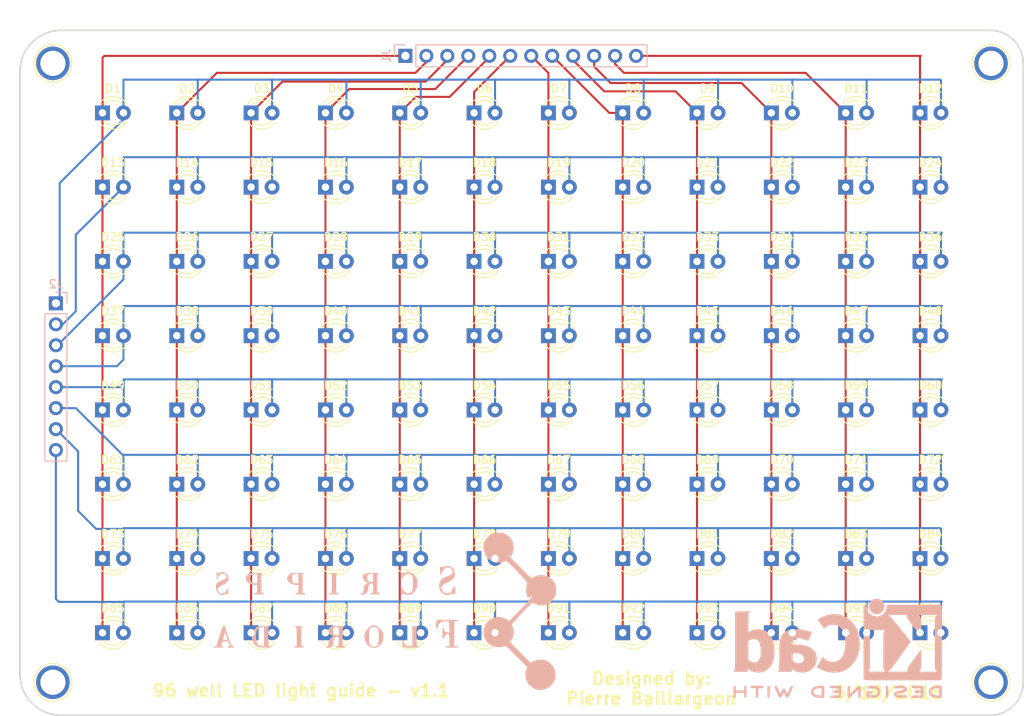
<source format=kicad_pcb>
(kicad_pcb (version 20171130) (host pcbnew "(5.0.0-rc3-dev)")
  (layers (0 F.Cu signal) (31 B.Cu signal) (34 B.Paste user) (35 F.Paste user) (36 B.SilkS user) (37 F.SilkS user) (38 B.Mask user) (39 F.Mask user) (44 Edge.Cuts user))
  (net 0 "")
  (net 1 /C)
  (net 2 /1)
  (net 3 /B)
  (net 4 /E)
  (net 5 /D)
  (net 6 /G)
  (net 7 /F)
  (net 8 /H)
  (net 9 /A)
  (net 10 /2)
  (net 11 /3)
  (net 12 /4)
  (net 13 /5)
  (net 14 /6)
  (net 15 /7)
  (net 16 /8)
  (net 17 /9)
  (net 18 /10)
  (net 19 /11)
  (net 20 /12)
  (module Connectors:1pin (layer F.Cu) (at 157.6 44)
    (fp_text reference REF** hide)
    (fp_text value 1pin)
    (pad 1 thru_hole circle (at 0 0) (size 4.064 4.064) (drill 3.048) (layers *.Cu *.Mask))
  )
  (module LEDs:LED_D3.0mm (layer F.Cu) (at 50 50)
    (fp_text reference D1 (at 1.27 -2.96) (layer F.SilkS))
    (fp_text value LED)
    (pad 1 thru_hole rect (at 0 0) (size 1.8 1.8) (drill 0.9) (layers *.Cu *.Mask) (net 2 /1))
    (pad 2 thru_hole circle (at 2.54 0) (size 1.8 1.8) (drill 0.9) (layers *.Cu *.Mask) (net 9 /A))
  )
  (module LEDs:LED_D3.0mm (layer F.Cu) (at 59 50)
    (fp_text reference D2 (at 1.27 -2.96) (layer F.SilkS))
    (fp_text value LED)
    (pad 1 thru_hole rect (at 0 0) (size 1.8 1.8) (drill 0.9) (layers *.Cu *.Mask) (net 10 /2))
    (pad 2 thru_hole circle (at 2.54 0) (size 1.8 1.8) (drill 0.9) (layers *.Cu *.Mask) (net 9 /A))
  )
  (module LEDs:LED_D3.0mm (layer F.Cu) (at 68 50)
    (fp_text reference D3 (at 1.27 -2.96) (layer F.SilkS))
    (fp_text value LED)
    (pad 1 thru_hole rect (at 0 0) (size 1.8 1.8) (drill 0.9) (layers *.Cu *.Mask) (net 11 /3))
    (pad 2 thru_hole circle (at 2.54 0) (size 1.8 1.8) (drill 0.9) (layers *.Cu *.Mask) (net 9 /A))
  )
  (module LEDs:LED_D3.0mm (layer F.Cu) (at 77 50)
    (fp_text reference D4 (at 1.27 -2.96) (layer F.SilkS))
    (fp_text value LED)
    (pad 1 thru_hole rect (at 0 0) (size 1.8 1.8) (drill 0.9) (layers *.Cu *.Mask) (net 12 /4))
    (pad 2 thru_hole circle (at 2.54 0) (size 1.8 1.8) (drill 0.9) (layers *.Cu *.Mask) (net 9 /A))
  )
  (module LEDs:LED_D3.0mm (layer F.Cu) (at 86 50)
    (fp_text reference D5 (at 1.27 -2.96) (layer F.SilkS))
    (fp_text value LED)
    (pad 1 thru_hole rect (at 0 0) (size 1.8 1.8) (drill 0.9) (layers *.Cu *.Mask) (net 13 /5))
    (pad 2 thru_hole circle (at 2.54 0) (size 1.8 1.8) (drill 0.9) (layers *.Cu *.Mask) (net 9 /A))
  )
  (module LEDs:LED_D3.0mm (layer F.Cu) (at 95 50)
    (fp_text reference D6 (at 1.27 -2.96) (layer F.SilkS))
    (fp_text value LED)
    (pad 1 thru_hole rect (at 0 0) (size 1.8 1.8) (drill 0.9) (layers *.Cu *.Mask) (net 14 /6))
    (pad 2 thru_hole circle (at 2.54 0) (size 1.8 1.8) (drill 0.9) (layers *.Cu *.Mask) (net 9 /A))
  )
  (module LEDs:LED_D3.0mm (layer F.Cu) (at 104 50)
    (fp_text reference D7 (at 1.27 -2.96) (layer F.SilkS))
    (fp_text value LED)
    (pad 1 thru_hole rect (at 0 0) (size 1.8 1.8) (drill 0.9) (layers *.Cu *.Mask) (net 15 /7))
    (pad 2 thru_hole circle (at 2.54 0) (size 1.8 1.8) (drill 0.9) (layers *.Cu *.Mask) (net 9 /A))
  )
  (module LEDs:LED_D3.0mm (layer F.Cu) (at 113 50)
    (fp_text reference D8 (at 1.27 -2.96) (layer F.SilkS))
    (fp_text value LED)
    (pad 1 thru_hole rect (at 0 0) (size 1.8 1.8) (drill 0.9) (layers *.Cu *.Mask) (net 16 /8))
    (pad 2 thru_hole circle (at 2.54 0) (size 1.8 1.8) (drill 0.9) (layers *.Cu *.Mask) (net 9 /A))
  )
  (module LEDs:LED_D3.0mm (layer F.Cu) (at 122 50)
    (fp_text reference D9 (at 1.27 -2.96) (layer F.SilkS))
    (fp_text value LED)
    (pad 1 thru_hole rect (at 0 0) (size 1.8 1.8) (drill 0.9) (layers *.Cu *.Mask) (net 17 /9))
    (pad 2 thru_hole circle (at 2.54 0) (size 1.8 1.8) (drill 0.9) (layers *.Cu *.Mask) (net 9 /A))
  )
  (module LEDs:LED_D3.0mm (layer F.Cu) (at 131 50)
    (fp_text reference D10 (at 1.27 -2.96) (layer F.SilkS))
    (fp_text value LED)
    (pad 1 thru_hole rect (at 0 0) (size 1.8 1.8) (drill 0.9) (layers *.Cu *.Mask) (net 18 /10))
    (pad 2 thru_hole circle (at 2.54 0) (size 1.8 1.8) (drill 0.9) (layers *.Cu *.Mask) (net 9 /A))
  )
  (module LEDs:LED_D3.0mm (layer F.Cu) (at 140 50)
    (fp_text reference D11 (at 1.27 -2.96) (layer F.SilkS))
    (fp_text value LED)
    (pad 1 thru_hole rect (at 0 0) (size 1.8 1.8) (drill 0.9) (layers *.Cu *.Mask) (net 19 /11))
    (pad 2 thru_hole circle (at 2.54 0) (size 1.8 1.8) (drill 0.9) (layers *.Cu *.Mask) (net 9 /A))
  )
  (module LEDs:LED_D3.0mm (layer F.Cu) (at 149 50)
    (fp_text reference D12 (at 1.27 -2.96) (layer F.SilkS))
    (fp_text value LED)
    (pad 1 thru_hole rect (at 0 0) (size 1.8 1.8) (drill 0.9) (layers *.Cu *.Mask) (net 20 /12))
    (pad 2 thru_hole circle (at 2.54 0) (size 1.8 1.8) (drill 0.9) (layers *.Cu *.Mask) (net 9 /A))
  )
  (module LEDs:LED_D3.0mm (layer F.Cu) (at 50 59)
    (fp_text reference D13 (at 1.27 -2.96) (layer F.SilkS))
    (fp_text value LED)
    (pad 1 thru_hole rect (at 0 0) (size 1.8 1.8) (drill 0.9) (layers *.Cu *.Mask) (net 2 /1))
    (pad 2 thru_hole circle (at 2.54 0) (size 1.8 1.8) (drill 0.9) (layers *.Cu *.Mask) (net 3 /B))
  )
  (module LEDs:LED_D3.0mm (layer F.Cu) (at 59 59)
    (fp_text reference D14 (at 1.27 -2.96) (layer F.SilkS))
    (fp_text value LED)
    (pad 1 thru_hole rect (at 0 0) (size 1.8 1.8) (drill 0.9) (layers *.Cu *.Mask) (net 10 /2))
    (pad 2 thru_hole circle (at 2.54 0) (size 1.8 1.8) (drill 0.9) (layers *.Cu *.Mask) (net 3 /B))
  )
  (module LEDs:LED_D3.0mm (layer F.Cu) (at 68 59)
    (fp_text reference D15 (at 1.27 -2.96) (layer F.SilkS))
    (fp_text value LED)
    (pad 1 thru_hole rect (at 0 0) (size 1.8 1.8) (drill 0.9) (layers *.Cu *.Mask) (net 11 /3))
    (pad 2 thru_hole circle (at 2.54 0) (size 1.8 1.8) (drill 0.9) (layers *.Cu *.Mask) (net 3 /B))
  )
  (module LEDs:LED_D3.0mm (layer F.Cu) (at 77 59)
    (fp_text reference D16 (at 1.27 -2.96) (layer F.SilkS))
    (fp_text value LED)
    (pad 1 thru_hole rect (at 0 0) (size 1.8 1.8) (drill 0.9) (layers *.Cu *.Mask) (net 12 /4))
    (pad 2 thru_hole circle (at 2.54 0) (size 1.8 1.8) (drill 0.9) (layers *.Cu *.Mask) (net 3 /B))
  )
  (module LEDs:LED_D3.0mm (layer F.Cu) (at 86 59)
    (fp_text reference D17 (at 1.27 -2.96) (layer F.SilkS))
    (fp_text value LED)
    (pad 1 thru_hole rect (at 0 0) (size 1.8 1.8) (drill 0.9) (layers *.Cu *.Mask) (net 13 /5))
    (pad 2 thru_hole circle (at 2.54 0) (size 1.8 1.8) (drill 0.9) (layers *.Cu *.Mask) (net 3 /B))
  )
  (module LEDs:LED_D3.0mm (layer F.Cu) (at 95 59)
    (fp_text reference D18 (at 1.27 -2.96) (layer F.SilkS))
    (fp_text value LED)
    (pad 1 thru_hole rect (at 0 0) (size 1.8 1.8) (drill 0.9) (layers *.Cu *.Mask) (net 14 /6))
    (pad 2 thru_hole circle (at 2.54 0) (size 1.8 1.8) (drill 0.9) (layers *.Cu *.Mask) (net 3 /B))
  )
  (module LEDs:LED_D3.0mm (layer F.Cu) (at 104 59)
    (fp_text reference D19 (at 1.27 -2.96) (layer F.SilkS))
    (fp_text value LED)
    (pad 1 thru_hole rect (at 0 0) (size 1.8 1.8) (drill 0.9) (layers *.Cu *.Mask) (net 15 /7))
    (pad 2 thru_hole circle (at 2.54 0) (size 1.8 1.8) (drill 0.9) (layers *.Cu *.Mask) (net 3 /B))
  )
  (module LEDs:LED_D3.0mm (layer F.Cu) (at 113 59)
    (fp_text reference D20 (at 1.27 -2.96) (layer F.SilkS))
    (fp_text value LED)
    (pad 1 thru_hole rect (at 0 0) (size 1.8 1.8) (drill 0.9) (layers *.Cu *.Mask) (net 16 /8))
    (pad 2 thru_hole circle (at 2.54 0) (size 1.8 1.8) (drill 0.9) (layers *.Cu *.Mask) (net 3 /B))
  )
  (module LEDs:LED_D3.0mm (layer F.Cu) (at 122 59)
    (fp_text reference D21 (at 1.27 -2.96) (layer F.SilkS))
    (fp_text value LED)
    (pad 1 thru_hole rect (at 0 0) (size 1.8 1.8) (drill 0.9) (layers *.Cu *.Mask) (net 17 /9))
    (pad 2 thru_hole circle (at 2.54 0) (size 1.8 1.8) (drill 0.9) (layers *.Cu *.Mask) (net 3 /B))
  )
  (module LEDs:LED_D3.0mm (layer F.Cu) (at 131 59)
    (fp_text reference D22 (at 1.27 -2.96) (layer F.SilkS))
    (fp_text value LED)
    (pad 1 thru_hole rect (at 0 0) (size 1.8 1.8) (drill 0.9) (layers *.Cu *.Mask) (net 18 /10))
    (pad 2 thru_hole circle (at 2.54 0) (size 1.8 1.8) (drill 0.9) (layers *.Cu *.Mask) (net 3 /B))
  )
  (module LEDs:LED_D3.0mm (layer F.Cu) (at 140 59)
    (fp_text reference D23 (at 1.27 -2.96) (layer F.SilkS))
    (fp_text value LED)
    (pad 1 thru_hole rect (at 0 0) (size 1.8 1.8) (drill 0.9) (layers *.Cu *.Mask) (net 19 /11))
    (pad 2 thru_hole circle (at 2.54 0) (size 1.8 1.8) (drill 0.9) (layers *.Cu *.Mask) (net 3 /B))
  )
  (module LEDs:LED_D3.0mm (layer F.Cu) (at 149 59)
    (fp_text reference D24 (at 1.27 -2.96) (layer F.SilkS))
    (fp_text value LED)
    (pad 1 thru_hole rect (at 0 0) (size 1.8 1.8) (drill 0.9) (layers *.Cu *.Mask) (net 20 /12))
    (pad 2 thru_hole circle (at 2.54 0) (size 1.8 1.8) (drill 0.9) (layers *.Cu *.Mask) (net 3 /B))
  )
  (module LEDs:LED_D3.0mm (layer F.Cu) (at 50 68)
    (fp_text reference D25 (at 1.27 -2.96) (layer F.SilkS))
    (fp_text value LED)
    (pad 1 thru_hole rect (at 0 0) (size 1.8 1.8) (drill 0.9) (layers *.Cu *.Mask) (net 2 /1))
    (pad 2 thru_hole circle (at 2.54 0) (size 1.8 1.8) (drill 0.9) (layers *.Cu *.Mask) (net 1 /C))
  )
  (module LEDs:LED_D3.0mm (layer F.Cu) (at 59 68)
    (fp_text reference D26 (at 1.27 -2.96) (layer F.SilkS))
    (fp_text value LED)
    (pad 1 thru_hole rect (at 0 0) (size 1.8 1.8) (drill 0.9) (layers *.Cu *.Mask) (net 10 /2))
    (pad 2 thru_hole circle (at 2.54 0) (size 1.8 1.8) (drill 0.9) (layers *.Cu *.Mask) (net 1 /C))
  )
  (module LEDs:LED_D3.0mm (layer F.Cu) (at 68 68)
    (fp_text reference D27 (at 1.27 -2.96) (layer F.SilkS))
    (fp_text value LED)
    (pad 1 thru_hole rect (at 0 0) (size 1.8 1.8) (drill 0.9) (layers *.Cu *.Mask) (net 11 /3))
    (pad 2 thru_hole circle (at 2.54 0) (size 1.8 1.8) (drill 0.9) (layers *.Cu *.Mask) (net 1 /C))
  )
  (module LEDs:LED_D3.0mm (layer F.Cu) (at 77 68)
    (fp_text reference D28 (at 1.27 -2.96) (layer F.SilkS))
    (fp_text value LED)
    (pad 1 thru_hole rect (at 0 0) (size 1.8 1.8) (drill 0.9) (layers *.Cu *.Mask) (net 12 /4))
    (pad 2 thru_hole circle (at 2.54 0) (size 1.8 1.8) (drill 0.9) (layers *.Cu *.Mask) (net 1 /C))
  )
  (module LEDs:LED_D3.0mm (layer F.Cu) (at 86 68)
    (fp_text reference D29 (at 1.27 -2.96) (layer F.SilkS))
    (fp_text value LED)
    (pad 1 thru_hole rect (at 0 0) (size 1.8 1.8) (drill 0.9) (layers *.Cu *.Mask) (net 13 /5))
    (pad 2 thru_hole circle (at 2.54 0) (size 1.8 1.8) (drill 0.9) (layers *.Cu *.Mask) (net 1 /C))
  )
  (module LEDs:LED_D3.0mm (layer F.Cu) (at 95 68)
    (fp_text reference D30 (at 1.27 -2.96) (layer F.SilkS))
    (fp_text value LED)
    (pad 1 thru_hole rect (at 0 0) (size 1.8 1.8) (drill 0.9) (layers *.Cu *.Mask) (net 14 /6))
    (pad 2 thru_hole circle (at 2.54 0) (size 1.8 1.8) (drill 0.9) (layers *.Cu *.Mask) (net 1 /C))
  )
  (module LEDs:LED_D3.0mm (layer F.Cu) (at 104 68)
    (fp_text reference D31 (at 1.27 -2.96) (layer F.SilkS))
    (fp_text value LED)
    (pad 1 thru_hole rect (at 0 0) (size 1.8 1.8) (drill 0.9) (layers *.Cu *.Mask) (net 15 /7))
    (pad 2 thru_hole circle (at 2.54 0) (size 1.8 1.8) (drill 0.9) (layers *.Cu *.Mask) (net 1 /C))
  )
  (module LEDs:LED_D3.0mm (layer F.Cu) (at 113 68)
    (fp_text reference D32 (at 1.27 -2.96) (layer F.SilkS))
    (fp_text value LED)
    (pad 1 thru_hole rect (at 0 0) (size 1.8 1.8) (drill 0.9) (layers *.Cu *.Mask) (net 16 /8))
    (pad 2 thru_hole circle (at 2.54 0) (size 1.8 1.8) (drill 0.9) (layers *.Cu *.Mask) (net 1 /C))
  )
  (module LEDs:LED_D3.0mm (layer F.Cu) (at 122 68)
    (fp_text reference D33 (at 1.27 -2.96) (layer F.SilkS))
    (fp_text value LED)
    (pad 1 thru_hole rect (at 0 0) (size 1.8 1.8) (drill 0.9) (layers *.Cu *.Mask) (net 17 /9))
    (pad 2 thru_hole circle (at 2.54 0) (size 1.8 1.8) (drill 0.9) (layers *.Cu *.Mask) (net 1 /C))
  )
  (module LEDs:LED_D3.0mm (layer F.Cu) (at 131 68)
    (fp_text reference D34 (at 1.27 -2.96) (layer F.SilkS))
    (fp_text value LED)
    (pad 1 thru_hole rect (at 0 0) (size 1.8 1.8) (drill 0.9) (layers *.Cu *.Mask) (net 18 /10))
    (pad 2 thru_hole circle (at 2.54 0) (size 1.8 1.8) (drill 0.9) (layers *.Cu *.Mask) (net 1 /C))
  )
  (module LEDs:LED_D3.0mm (layer F.Cu) (at 140 68)
    (fp_text reference D35 (at 1.27 -2.96) (layer F.SilkS))
    (fp_text value LED)
    (pad 1 thru_hole rect (at 0 0) (size 1.8 1.8) (drill 0.9) (layers *.Cu *.Mask) (net 19 /11))
    (pad 2 thru_hole circle (at 2.54 0) (size 1.8 1.8) (drill 0.9) (layers *.Cu *.Mask) (net 1 /C))
  )
  (module LEDs:LED_D3.0mm (layer F.Cu) (at 149 68)
    (fp_text reference D36 (at 1.27 -2.96) (layer F.SilkS))
    (fp_text value LED)
    (pad 1 thru_hole rect (at 0 0) (size 1.8 1.8) (drill 0.9) (layers *.Cu *.Mask) (net 20 /12))
    (pad 2 thru_hole circle (at 2.54 0) (size 1.8 1.8) (drill 0.9) (layers *.Cu *.Mask) (net 1 /C))
  )
  (module LEDs:LED_D3.0mm (layer F.Cu) (at 50 77)
    (fp_text reference D37 (at 1.27 -2.96) (layer F.SilkS))
    (fp_text value LED)
    (pad 1 thru_hole rect (at 0 0) (size 1.8 1.8) (drill 0.9) (layers *.Cu *.Mask) (net 2 /1))
    (pad 2 thru_hole circle (at 2.54 0) (size 1.8 1.8) (drill 0.9) (layers *.Cu *.Mask) (net 5 /D))
  )
  (module LEDs:LED_D3.0mm (layer F.Cu) (at 59 77)
    (fp_text reference D38 (at 1.27 -2.96) (layer F.SilkS))
    (fp_text value LED)
    (pad 1 thru_hole rect (at 0 0) (size 1.8 1.8) (drill 0.9) (layers *.Cu *.Mask) (net 10 /2))
    (pad 2 thru_hole circle (at 2.54 0) (size 1.8 1.8) (drill 0.9) (layers *.Cu *.Mask) (net 5 /D))
  )
  (module LEDs:LED_D3.0mm (layer F.Cu) (at 68 77)
    (fp_text reference D39 (at 1.27 -2.96) (layer F.SilkS))
    (fp_text value LED)
    (pad 1 thru_hole rect (at 0 0) (size 1.8 1.8) (drill 0.9) (layers *.Cu *.Mask) (net 11 /3))
    (pad 2 thru_hole circle (at 2.54 0) (size 1.8 1.8) (drill 0.9) (layers *.Cu *.Mask) (net 5 /D))
  )
  (module LEDs:LED_D3.0mm (layer F.Cu) (at 77 77)
    (fp_text reference D40 (at 1.27 -2.96) (layer F.SilkS))
    (fp_text value LED)
    (pad 1 thru_hole rect (at 0 0) (size 1.8 1.8) (drill 0.9) (layers *.Cu *.Mask) (net 12 /4))
    (pad 2 thru_hole circle (at 2.54 0) (size 1.8 1.8) (drill 0.9) (layers *.Cu *.Mask) (net 5 /D))
  )
  (module LEDs:LED_D3.0mm (layer F.Cu) (at 86 77)
    (fp_text reference D41 (at 1.27 -2.96) (layer F.SilkS))
    (fp_text value LED)
    (pad 1 thru_hole rect (at 0 0) (size 1.8 1.8) (drill 0.9) (layers *.Cu *.Mask) (net 13 /5))
    (pad 2 thru_hole circle (at 2.54 0) (size 1.8 1.8) (drill 0.9) (layers *.Cu *.Mask) (net 5 /D))
  )
  (module LEDs:LED_D3.0mm (layer F.Cu) (at 95 77)
    (fp_text reference D42 (at 1.27 -2.96) (layer F.SilkS))
    (fp_text value LED)
    (pad 1 thru_hole rect (at 0 0) (size 1.8 1.8) (drill 0.9) (layers *.Cu *.Mask) (net 14 /6))
    (pad 2 thru_hole circle (at 2.54 0) (size 1.8 1.8) (drill 0.9) (layers *.Cu *.Mask) (net 5 /D))
  )
  (module LEDs:LED_D3.0mm (layer F.Cu) (at 104 77)
    (fp_text reference D43 (at 1.27 -2.96) (layer F.SilkS))
    (fp_text value LED)
    (pad 1 thru_hole rect (at 0 0) (size 1.8 1.8) (drill 0.9) (layers *.Cu *.Mask) (net 15 /7))
    (pad 2 thru_hole circle (at 2.54 0) (size 1.8 1.8) (drill 0.9) (layers *.Cu *.Mask) (net 5 /D))
  )
  (module LEDs:LED_D3.0mm (layer F.Cu) (at 113 77)
    (fp_text reference D44 (at 1.27 -2.96) (layer F.SilkS))
    (fp_text value LED)
    (pad 1 thru_hole rect (at 0 0) (size 1.8 1.8) (drill 0.9) (layers *.Cu *.Mask) (net 16 /8))
    (pad 2 thru_hole circle (at 2.54 0) (size 1.8 1.8) (drill 0.9) (layers *.Cu *.Mask) (net 5 /D))
  )
  (module LEDs:LED_D3.0mm (layer F.Cu) (at 122 77)
    (fp_text reference D45 (at 1.27 -2.96) (layer F.SilkS))
    (fp_text value LED)
    (pad 1 thru_hole rect (at 0 0) (size 1.8 1.8) (drill 0.9) (layers *.Cu *.Mask) (net 17 /9))
    (pad 2 thru_hole circle (at 2.54 0) (size 1.8 1.8) (drill 0.9) (layers *.Cu *.Mask) (net 5 /D))
  )
  (module LEDs:LED_D3.0mm (layer F.Cu) (at 131 77)
    (fp_text reference D46 (at 1.27 -2.96) (layer F.SilkS))
    (fp_text value LED)
    (pad 1 thru_hole rect (at 0 0) (size 1.8 1.8) (drill 0.9) (layers *.Cu *.Mask) (net 18 /10))
    (pad 2 thru_hole circle (at 2.54 0) (size 1.8 1.8) (drill 0.9) (layers *.Cu *.Mask) (net 5 /D))
  )
  (module LEDs:LED_D3.0mm (layer F.Cu) (at 140 77)
    (fp_text reference D47 (at 1.27 -2.96) (layer F.SilkS))
    (fp_text value LED)
    (pad 1 thru_hole rect (at 0 0) (size 1.8 1.8) (drill 0.9) (layers *.Cu *.Mask) (net 19 /11))
    (pad 2 thru_hole circle (at 2.54 0) (size 1.8 1.8) (drill 0.9) (layers *.Cu *.Mask) (net 5 /D))
  )
  (module LEDs:LED_D3.0mm (layer F.Cu) (at 149 77)
    (fp_text reference D48 (at 1.27 -2.96) (layer F.SilkS))
    (fp_text value LED)
    (pad 1 thru_hole rect (at 0 0) (size 1.8 1.8) (drill 0.9) (layers *.Cu *.Mask) (net 20 /12))
    (pad 2 thru_hole circle (at 2.54 0) (size 1.8 1.8) (drill 0.9) (layers *.Cu *.Mask) (net 5 /D))
  )
  (module LEDs:LED_D3.0mm (layer F.Cu) (at 50 86)
    (fp_text reference D49 (at 1.27 -2.96) (layer F.SilkS))
    (fp_text value LED)
    (pad 1 thru_hole rect (at 0 0) (size 1.8 1.8) (drill 0.9) (layers *.Cu *.Mask) (net 2 /1))
    (pad 2 thru_hole circle (at 2.54 0) (size 1.8 1.8) (drill 0.9) (layers *.Cu *.Mask) (net 4 /E))
  )
  (module LEDs:LED_D3.0mm (layer F.Cu) (at 59 86)
    (fp_text reference D50 (at 1.27 -2.96) (layer F.SilkS))
    (fp_text value LED)
    (pad 1 thru_hole rect (at 0 0) (size 1.8 1.8) (drill 0.9) (layers *.Cu *.Mask) (net 10 /2))
    (pad 2 thru_hole circle (at 2.54 0) (size 1.8 1.8) (drill 0.9) (layers *.Cu *.Mask) (net 4 /E))
  )
  (module LEDs:LED_D3.0mm (layer F.Cu) (at 68 86)
    (fp_text reference D51 (at 1.27 -2.96) (layer F.SilkS))
    (fp_text value LED)
    (pad 1 thru_hole rect (at 0 0) (size 1.8 1.8) (drill 0.9) (layers *.Cu *.Mask) (net 11 /3))
    (pad 2 thru_hole circle (at 2.54 0) (size 1.8 1.8) (drill 0.9) (layers *.Cu *.Mask) (net 4 /E))
  )
  (module LEDs:LED_D3.0mm (layer F.Cu) (at 77 86)
    (fp_text reference D52 (at 1.27 -2.96) (layer F.SilkS))
    (fp_text value LED)
    (pad 1 thru_hole rect (at 0 0) (size 1.8 1.8) (drill 0.9) (layers *.Cu *.Mask) (net 12 /4))
    (pad 2 thru_hole circle (at 2.54 0) (size 1.8 1.8) (drill 0.9) (layers *.Cu *.Mask) (net 4 /E))
  )
  (module LEDs:LED_D3.0mm (layer F.Cu) (at 86 86)
    (fp_text reference D53 (at 1.27 -2.96) (layer F.SilkS))
    (fp_text value LED)
    (pad 1 thru_hole rect (at 0 0) (size 1.8 1.8) (drill 0.9) (layers *.Cu *.Mask) (net 13 /5))
    (pad 2 thru_hole circle (at 2.54 0) (size 1.8 1.8) (drill 0.9) (layers *.Cu *.Mask) (net 4 /E))
  )
  (module LEDs:LED_D3.0mm (layer F.Cu) (at 95 86)
    (fp_text reference D54 (at 1.27 -2.96) (layer F.SilkS))
    (fp_text value LED)
    (pad 1 thru_hole rect (at 0 0) (size 1.8 1.8) (drill 0.9) (layers *.Cu *.Mask) (net 14 /6))
    (pad 2 thru_hole circle (at 2.54 0) (size 1.8 1.8) (drill 0.9) (layers *.Cu *.Mask) (net 4 /E))
  )
  (module LEDs:LED_D3.0mm (layer F.Cu) (at 104 86)
    (fp_text reference D55 (at 1.27 -2.96) (layer F.SilkS))
    (fp_text value LED)
    (pad 1 thru_hole rect (at 0 0) (size 1.8 1.8) (drill 0.9) (layers *.Cu *.Mask) (net 15 /7))
    (pad 2 thru_hole circle (at 2.54 0) (size 1.8 1.8) (drill 0.9) (layers *.Cu *.Mask) (net 4 /E))
  )
  (module LEDs:LED_D3.0mm (layer F.Cu) (at 113 86)
    (fp_text reference D56 (at 1.27 -2.96) (layer F.SilkS))
    (fp_text value LED)
    (pad 1 thru_hole rect (at 0 0) (size 1.8 1.8) (drill 0.9) (layers *.Cu *.Mask) (net 16 /8))
    (pad 2 thru_hole circle (at 2.54 0) (size 1.8 1.8) (drill 0.9) (layers *.Cu *.Mask) (net 4 /E))
  )
  (module LEDs:LED_D3.0mm (layer F.Cu) (at 122 86)
    (fp_text reference D57 (at 1.27 -2.96) (layer F.SilkS))
    (fp_text value LED)
    (pad 1 thru_hole rect (at 0 0) (size 1.8 1.8) (drill 0.9) (layers *.Cu *.Mask) (net 17 /9))
    (pad 2 thru_hole circle (at 2.54 0) (size 1.8 1.8) (drill 0.9) (layers *.Cu *.Mask) (net 4 /E))
  )
  (module LEDs:LED_D3.0mm (layer F.Cu) (at 131 86)
    (fp_text reference D58 (at 1.27 -2.96) (layer F.SilkS))
    (fp_text value LED)
    (pad 1 thru_hole rect (at 0 0) (size 1.8 1.8) (drill 0.9) (layers *.Cu *.Mask) (net 18 /10))
    (pad 2 thru_hole circle (at 2.54 0) (size 1.8 1.8) (drill 0.9) (layers *.Cu *.Mask) (net 4 /E))
  )
  (module LEDs:LED_D3.0mm (layer F.Cu) (at 140 86)
    (fp_text reference D59 (at 1.27 -2.96) (layer F.SilkS))
    (fp_text value LED)
    (pad 1 thru_hole rect (at 0 0) (size 1.8 1.8) (drill 0.9) (layers *.Cu *.Mask) (net 19 /11))
    (pad 2 thru_hole circle (at 2.54 0) (size 1.8 1.8) (drill 0.9) (layers *.Cu *.Mask) (net 4 /E))
  )
  (module LEDs:LED_D3.0mm (layer F.Cu) (at 149 86)
    (fp_text reference D60 (at 1.27 -2.96) (layer F.SilkS))
    (fp_text value LED)
    (pad 1 thru_hole rect (at 0 0) (size 1.8 1.8) (drill 0.9) (layers *.Cu *.Mask) (net 20 /12))
    (pad 2 thru_hole circle (at 2.54 0) (size 1.8 1.8) (drill 0.9) (layers *.Cu *.Mask) (net 4 /E))
  )
  (module LEDs:LED_D3.0mm (layer F.Cu) (at 50 95)
    (fp_text reference D61 (at 1.27 -2.96) (layer F.SilkS))
    (fp_text value LED)
    (pad 1 thru_hole rect (at 0 0) (size 1.8 1.8) (drill 0.9) (layers *.Cu *.Mask) (net 2 /1))
    (pad 2 thru_hole circle (at 2.54 0) (size 1.8 1.8) (drill 0.9) (layers *.Cu *.Mask) (net 7 /F))
  )
  (module LEDs:LED_D3.0mm (layer F.Cu) (at 59 95)
    (fp_text reference D62 (at 1.27 -2.96) (layer F.SilkS))
    (fp_text value LED)
    (pad 1 thru_hole rect (at 0 0) (size 1.8 1.8) (drill 0.9) (layers *.Cu *.Mask) (net 10 /2))
    (pad 2 thru_hole circle (at 2.54 0) (size 1.8 1.8) (drill 0.9) (layers *.Cu *.Mask) (net 7 /F))
  )
  (module LEDs:LED_D3.0mm (layer F.Cu) (at 68 95)
    (fp_text reference D63 (at 1.27 -2.96) (layer F.SilkS))
    (fp_text value LED)
    (pad 1 thru_hole rect (at 0 0) (size 1.8 1.8) (drill 0.9) (layers *.Cu *.Mask) (net 11 /3))
    (pad 2 thru_hole circle (at 2.54 0) (size 1.8 1.8) (drill 0.9) (layers *.Cu *.Mask) (net 7 /F))
  )
  (module LEDs:LED_D3.0mm (layer F.Cu) (at 77 95)
    (fp_text reference D64 (at 1.27 -2.96) (layer F.SilkS))
    (fp_text value LED)
    (pad 1 thru_hole rect (at 0 0) (size 1.8 1.8) (drill 0.9) (layers *.Cu *.Mask) (net 12 /4))
    (pad 2 thru_hole circle (at 2.54 0) (size 1.8 1.8) (drill 0.9) (layers *.Cu *.Mask) (net 7 /F))
  )
  (module LEDs:LED_D3.0mm (layer F.Cu) (at 86 95)
    (fp_text reference D65 (at 1.27 -2.96) (layer F.SilkS))
    (fp_text value LED)
    (pad 1 thru_hole rect (at 0 0) (size 1.8 1.8) (drill 0.9) (layers *.Cu *.Mask) (net 13 /5))
    (pad 2 thru_hole circle (at 2.54 0) (size 1.8 1.8) (drill 0.9) (layers *.Cu *.Mask) (net 7 /F))
  )
  (module LEDs:LED_D3.0mm (layer F.Cu) (at 95 95)
    (fp_text reference D66 (at 1.27 -2.96) (layer F.SilkS))
    (fp_text value LED)
    (pad 1 thru_hole rect (at 0 0) (size 1.8 1.8) (drill 0.9) (layers *.Cu *.Mask) (net 14 /6))
    (pad 2 thru_hole circle (at 2.54 0) (size 1.8 1.8) (drill 0.9) (layers *.Cu *.Mask) (net 7 /F))
  )
  (module LEDs:LED_D3.0mm (layer F.Cu) (at 104 95)
    (fp_text reference D67 (at 1.27 -2.96) (layer F.SilkS))
    (fp_text value LED)
    (pad 1 thru_hole rect (at 0 0) (size 1.8 1.8) (drill 0.9) (layers *.Cu *.Mask) (net 15 /7))
    (pad 2 thru_hole circle (at 2.54 0) (size 1.8 1.8) (drill 0.9) (layers *.Cu *.Mask) (net 7 /F))
  )
  (module LEDs:LED_D3.0mm (layer F.Cu) (at 113 95)
    (fp_text reference D68 (at 1.27 -2.96) (layer F.SilkS))
    (fp_text value LED)
    (pad 1 thru_hole rect (at 0 0) (size 1.8 1.8) (drill 0.9) (layers *.Cu *.Mask) (net 16 /8))
    (pad 2 thru_hole circle (at 2.54 0) (size 1.8 1.8) (drill 0.9) (layers *.Cu *.Mask) (net 7 /F))
  )
  (module LEDs:LED_D3.0mm (layer F.Cu) (at 122 95)
    (fp_text reference D69 (at 1.27 -2.96) (layer F.SilkS))
    (fp_text value LED)
    (pad 1 thru_hole rect (at 0 0) (size 1.8 1.8) (drill 0.9) (layers *.Cu *.Mask) (net 17 /9))
    (pad 2 thru_hole circle (at 2.54 0) (size 1.8 1.8) (drill 0.9) (layers *.Cu *.Mask) (net 7 /F))
  )
  (module LEDs:LED_D3.0mm (layer F.Cu) (at 131 95)
    (fp_text reference D70 (at 1.27 -2.96) (layer F.SilkS))
    (fp_text value LED)
    (pad 1 thru_hole rect (at 0 0) (size 1.8 1.8) (drill 0.9) (layers *.Cu *.Mask) (net 18 /10))
    (pad 2 thru_hole circle (at 2.54 0) (size 1.8 1.8) (drill 0.9) (layers *.Cu *.Mask) (net 7 /F))
  )
  (module LEDs:LED_D3.0mm (layer F.Cu) (at 140 95)
    (fp_text reference D71 (at 1.27 -2.96) (layer F.SilkS))
    (fp_text value LED)
    (pad 1 thru_hole rect (at 0 0) (size 1.8 1.8) (drill 0.9) (layers *.Cu *.Mask) (net 19 /11))
    (pad 2 thru_hole circle (at 2.54 0) (size 1.8 1.8) (drill 0.9) (layers *.Cu *.Mask) (net 7 /F))
  )
  (module LEDs:LED_D3.0mm (layer F.Cu) (at 149 95)
    (fp_text reference D72 (at 1.27 -2.96) (layer F.SilkS))
    (fp_text value LED)
    (pad 1 thru_hole rect (at 0 0) (size 1.8 1.8) (drill 0.9) (layers *.Cu *.Mask) (net 20 /12))
    (pad 2 thru_hole circle (at 2.54 0) (size 1.8 1.8) (drill 0.9) (layers *.Cu *.Mask) (net 7 /F))
  )
  (module LEDs:LED_D3.0mm (layer F.Cu) (at 50 104)
    (fp_text reference D73 (at 1.27 -2.96) (layer F.SilkS))
    (fp_text value LED)
    (pad 1 thru_hole rect (at 0 0) (size 1.8 1.8) (drill 0.9) (layers *.Cu *.Mask) (net 2 /1))
    (pad 2 thru_hole circle (at 2.54 0) (size 1.8 1.8) (drill 0.9) (layers *.Cu *.Mask) (net 6 /G))
  )
  (module LEDs:LED_D3.0mm (layer F.Cu) (at 59 104)
    (fp_text reference D74 (at 1.27 -2.96) (layer F.SilkS))
    (fp_text value LED)
    (pad 1 thru_hole rect (at 0 0) (size 1.8 1.8) (drill 0.9) (layers *.Cu *.Mask) (net 10 /2))
    (pad 2 thru_hole circle (at 2.54 0) (size 1.8 1.8) (drill 0.9) (layers *.Cu *.Mask) (net 6 /G))
  )
  (module LEDs:LED_D3.0mm (layer F.Cu) (at 68 104)
    (fp_text reference D75 (at 1.27 -2.96) (layer F.SilkS))
    (fp_text value LED)
    (pad 1 thru_hole rect (at 0 0) (size 1.8 1.8) (drill 0.9) (layers *.Cu *.Mask) (net 11 /3))
    (pad 2 thru_hole circle (at 2.54 0) (size 1.8 1.8) (drill 0.9) (layers *.Cu *.Mask) (net 6 /G))
  )
  (module LEDs:LED_D3.0mm (layer F.Cu) (at 77 104)
    (fp_text reference D76 (at 1.27 -2.96) (layer F.SilkS))
    (fp_text value LED)
    (pad 1 thru_hole rect (at 0 0) (size 1.8 1.8) (drill 0.9) (layers *.Cu *.Mask) (net 12 /4))
    (pad 2 thru_hole circle (at 2.54 0) (size 1.8 1.8) (drill 0.9) (layers *.Cu *.Mask) (net 6 /G))
  )
  (module LEDs:LED_D3.0mm (layer F.Cu) (at 86 104)
    (fp_text reference D77 (at 1.27 -2.96) (layer F.SilkS))
    (fp_text value LED)
    (pad 1 thru_hole rect (at 0 0) (size 1.8 1.8) (drill 0.9) (layers *.Cu *.Mask) (net 13 /5))
    (pad 2 thru_hole circle (at 2.54 0) (size 1.8 1.8) (drill 0.9) (layers *.Cu *.Mask) (net 6 /G))
  )
  (module LEDs:LED_D3.0mm (layer F.Cu) (at 95 104)
    (fp_text reference D78 (at 1.27 -2.96) (layer F.SilkS))
    (fp_text value LED)
    (pad 1 thru_hole rect (at 0 0) (size 1.8 1.8) (drill 0.9) (layers *.Cu *.Mask) (net 14 /6))
    (pad 2 thru_hole circle (at 2.54 0) (size 1.8 1.8) (drill 0.9) (layers *.Cu *.Mask) (net 6 /G))
  )
  (module LEDs:LED_D3.0mm (layer F.Cu) (at 104 104)
    (fp_text reference D79 (at 1.27 -2.96) (layer F.SilkS))
    (fp_text value LED)
    (pad 1 thru_hole rect (at 0 0) (size 1.8 1.8) (drill 0.9) (layers *.Cu *.Mask) (net 15 /7))
    (pad 2 thru_hole circle (at 2.54 0) (size 1.8 1.8) (drill 0.9) (layers *.Cu *.Mask) (net 6 /G))
  )
  (module LEDs:LED_D3.0mm (layer F.Cu) (at 113 104)
    (fp_text reference D80 (at 1.27 -2.96) (layer F.SilkS))
    (fp_text value LED)
    (pad 1 thru_hole rect (at 0 0) (size 1.8 1.8) (drill 0.9) (layers *.Cu *.Mask) (net 16 /8))
    (pad 2 thru_hole circle (at 2.54 0) (size 1.8 1.8) (drill 0.9) (layers *.Cu *.Mask) (net 6 /G))
  )
  (module LEDs:LED_D3.0mm (layer F.Cu) (at 122 104)
    (fp_text reference D81 (at 1.27 -2.96) (layer F.SilkS))
    (fp_text value LED)
    (pad 1 thru_hole rect (at 0 0) (size 1.8 1.8) (drill 0.9) (layers *.Cu *.Mask) (net 17 /9))
    (pad 2 thru_hole circle (at 2.54 0) (size 1.8 1.8) (drill 0.9) (layers *.Cu *.Mask) (net 6 /G))
  )
  (module LEDs:LED_D3.0mm (layer F.Cu) (at 131 104)
    (fp_text reference D82 (at 1.27 -2.96) (layer F.SilkS))
    (fp_text value LED)
    (pad 1 thru_hole rect (at 0 0) (size 1.8 1.8) (drill 0.9) (layers *.Cu *.Mask) (net 18 /10))
    (pad 2 thru_hole circle (at 2.54 0) (size 1.8 1.8) (drill 0.9) (layers *.Cu *.Mask) (net 6 /G))
  )
  (module LEDs:LED_D3.0mm (layer F.Cu) (at 140 104)
    (fp_text reference D83 (at 1.27 -2.96) (layer F.SilkS))
    (fp_text value LED)
    (pad 1 thru_hole rect (at 0 0) (size 1.8 1.8) (drill 0.9) (layers *.Cu *.Mask) (net 19 /11))
    (pad 2 thru_hole circle (at 2.54 0) (size 1.8 1.8) (drill 0.9) (layers *.Cu *.Mask) (net 6 /G))
  )
  (module LEDs:LED_D3.0mm (layer F.Cu) (at 149 104)
    (fp_text reference D84 (at 1.27 -2.96) (layer F.SilkS))
    (fp_text value LED)
    (pad 1 thru_hole rect (at 0 0) (size 1.8 1.8) (drill 0.9) (layers *.Cu *.Mask) (net 20 /12))
    (pad 2 thru_hole circle (at 2.54 0) (size 1.8 1.8) (drill 0.9) (layers *.Cu *.Mask) (net 6 /G))
  )
  (module LEDs:LED_D3.0mm (layer F.Cu) (at 50 113)
    (fp_text reference D85 (at 1.27 -2.96) (layer F.SilkS))
    (fp_text value LED)
    (pad 1 thru_hole rect (at 0 0) (size 1.8 1.8) (drill 0.9) (layers *.Cu *.Mask) (net 2 /1))
    (pad 2 thru_hole circle (at 2.54 0) (size 1.8 1.8) (drill 0.9) (layers *.Cu *.Mask) (net 8 /H))
  )
  (module LEDs:LED_D3.0mm (layer F.Cu) (at 59 113)
    (fp_text reference D86 (at 1.27 -2.96) (layer F.SilkS))
    (fp_text value LED)
    (pad 1 thru_hole rect (at 0 0) (size 1.8 1.8) (drill 0.9) (layers *.Cu *.Mask) (net 10 /2))
    (pad 2 thru_hole circle (at 2.54 0) (size 1.8 1.8) (drill 0.9) (layers *.Cu *.Mask) (net 8 /H))
  )
  (module LEDs:LED_D3.0mm (layer F.Cu) (at 68 113)
    (fp_text reference D87 (at 1.27 -2.96) (layer F.SilkS))
    (fp_text value LED)
    (pad 1 thru_hole rect (at 0 0) (size 1.8 1.8) (drill 0.9) (layers *.Cu *.Mask) (net 11 /3))
    (pad 2 thru_hole circle (at 2.54 0) (size 1.8 1.8) (drill 0.9) (layers *.Cu *.Mask) (net 8 /H))
  )
  (module LEDs:LED_D3.0mm (layer F.Cu) (at 77 113)
    (fp_text reference D88 (at 1.27 -2.96) (layer F.SilkS))
    (fp_text value LED)
    (pad 1 thru_hole rect (at 0 0) (size 1.8 1.8) (drill 0.9) (layers *.Cu *.Mask) (net 12 /4))
    (pad 2 thru_hole circle (at 2.54 0) (size 1.8 1.8) (drill 0.9) (layers *.Cu *.Mask) (net 8 /H))
  )
  (module LEDs:LED_D3.0mm (layer F.Cu) (at 86 113)
    (fp_text reference D89 (at 1.27 -2.96) (layer F.SilkS))
    (fp_text value LED)
    (pad 1 thru_hole rect (at 0 0) (size 1.8 1.8) (drill 0.9) (layers *.Cu *.Mask) (net 13 /5))
    (pad 2 thru_hole circle (at 2.54 0) (size 1.8 1.8) (drill 0.9) (layers *.Cu *.Mask) (net 8 /H))
  )
  (module LEDs:LED_D3.0mm (layer F.Cu) (at 95 113)
    (fp_text reference D90 (at 1.27 -2.96) (layer F.SilkS))
    (fp_text value LED)
    (pad 1 thru_hole rect (at 0 0) (size 1.8 1.8) (drill 0.9) (layers *.Cu *.Mask) (net 14 /6))
    (pad 2 thru_hole circle (at 2.54 0) (size 1.8 1.8) (drill 0.9) (layers *.Cu *.Mask) (net 8 /H))
  )
  (module LEDs:LED_D3.0mm (layer F.Cu) (at 104 113)
    (fp_text reference D91 (at 1.27 -2.96) (layer F.SilkS))
    (fp_text value LED)
    (pad 1 thru_hole rect (at 0 0) (size 1.8 1.8) (drill 0.9) (layers *.Cu *.Mask) (net 15 /7))
    (pad 2 thru_hole circle (at 2.54 0) (size 1.8 1.8) (drill 0.9) (layers *.Cu *.Mask) (net 8 /H))
  )
  (module LEDs:LED_D3.0mm (layer F.Cu) (at 113 113)
    (fp_text reference D92 (at 1.27 -2.96) (layer F.SilkS))
    (fp_text value LED)
    (pad 1 thru_hole rect (at 0 0) (size 1.8 1.8) (drill 0.9) (layers *.Cu *.Mask) (net 16 /8))
    (pad 2 thru_hole circle (at 2.54 0) (size 1.8 1.8) (drill 0.9) (layers *.Cu *.Mask) (net 8 /H))
  )
  (module LEDs:LED_D3.0mm (layer F.Cu) (at 122 113)
    (fp_text reference D93 (at 1.27 -2.96) (layer F.SilkS))
    (fp_text value LED)
    (pad 1 thru_hole rect (at 0 0) (size 1.8 1.8) (drill 0.9) (layers *.Cu *.Mask) (net 17 /9))
    (pad 2 thru_hole circle (at 2.54 0) (size 1.8 1.8) (drill 0.9) (layers *.Cu *.Mask) (net 8 /H))
  )
  (module LEDs:LED_D3.0mm (layer F.Cu) (at 131 113)
    (fp_text reference D94 (at 1.27 -2.96) (layer F.SilkS))
    (fp_text value LED)
    (pad 1 thru_hole rect (at 0 0) (size 1.8 1.8) (drill 0.9) (layers *.Cu *.Mask) (net 18 /10))
    (pad 2 thru_hole circle (at 2.54 0) (size 1.8 1.8) (drill 0.9) (layers *.Cu *.Mask) (net 8 /H))
  )
  (module LEDs:LED_D3.0mm (layer F.Cu) (at 140 113)
    (fp_text reference D95 (at 1.27 -2.96) (layer F.SilkS))
    (fp_text value LED)
    (pad 1 thru_hole rect (at 0 0) (size 1.8 1.8) (drill 0.9) (layers *.Cu *.Mask) (net 19 /11))
    (pad 2 thru_hole circle (at 2.54 0) (size 1.8 1.8) (drill 0.9) (layers *.Cu *.Mask) (net 8 /H))
  )
  (module LEDs:LED_D3.0mm (layer F.Cu) (at 149 113)
    (fp_text reference D96 (at 1.27 -2.96) (layer F.SilkS))
    (fp_text value LED)
    (pad 1 thru_hole rect (at 0 0) (size 1.8 1.8) (drill 0.9) (layers *.Cu *.Mask) (net 20 /12))
    (pad 2 thru_hole circle (at 2.54 0) (size 1.8 1.8) (drill 0.9) (layers *.Cu *.Mask) (net 8 /H))
  )
  (module Pin_Headers:Pin_Header_Straight_1x12_Pitch2.54mm (layer B.Cu) (at 86.68 43.09 270)
    (fp_text reference J1 (at 0 2.33 270) (layer B.SilkS) (effects (justify mirror)))
    (fp_text value Conn_01x12_Male)
    (pad 12 thru_hole oval (at 0 -27.94 270) (size 1.7 1.7) (drill 1) (layers *.Cu *.Mask) (net 20 /12))
    (pad 11 thru_hole oval (at 0 -25.4 270) (size 1.7 1.7) (drill 1) (layers *.Cu *.Mask) (net 19 /11))
    (pad 10 thru_hole oval (at 0 -22.86 270) (size 1.7 1.7) (drill 1) (layers *.Cu *.Mask) (net 18 /10))
    (pad 9 thru_hole oval (at 0 -20.32 270) (size 1.7 1.7) (drill 1) (layers *.Cu *.Mask) (net 17 /9))
    (pad 8 thru_hole oval (at 0 -17.78 270) (size 1.7 1.7) (drill 1) (layers *.Cu *.Mask) (net 16 /8))
    (pad 7 thru_hole oval (at 0 -15.24 270) (size 1.7 1.7) (drill 1) (layers *.Cu *.Mask) (net 15 /7))
    (pad 6 thru_hole oval (at 0 -12.7 270) (size 1.7 1.7) (drill 1) (layers *.Cu *.Mask) (net 14 /6))
    (pad 5 thru_hole oval (at 0 -10.16 270) (size 1.7 1.7) (drill 1) (layers *.Cu *.Mask) (net 13 /5))
    (pad 4 thru_hole oval (at 0 -7.62 270) (size 1.7 1.7) (drill 1) (layers *.Cu *.Mask) (net 12 /4))
    (pad 3 thru_hole oval (at 0 -5.08 270) (size 1.7 1.7) (drill 1) (layers *.Cu *.Mask) (net 11 /3))
    (pad 2 thru_hole oval (at 0 -2.54 270) (size 1.7 1.7) (drill 1) (layers *.Cu *.Mask) (net 10 /2))
    (pad 1 thru_hole rect (at 0 0 270) (size 1.7 1.7) (drill 1) (layers *.Cu *.Mask) (net 2 /1))
  )
  (module Pin_Headers:Pin_Header_Straight_1x08_Pitch2.54mm (layer B.Cu) (at 44.36 73.08 180)
    (fp_text reference J2 (at 0 2.33 180) (layer B.SilkS) (effects (justify mirror)))
    (fp_text value Conn_01x08_Male)
    (pad 1 thru_hole rect (at 0 0 180) (size 1.7 1.7) (drill 1) (layers *.Cu *.Mask) (net 9 /A))
    (pad 2 thru_hole oval (at 0 -2.54 180) (size 1.7 1.7) (drill 1) (layers *.Cu *.Mask) (net 3 /B))
    (pad 3 thru_hole oval (at 0 -5.08 180) (size 1.7 1.7) (drill 1) (layers *.Cu *.Mask) (net 1 /C))
    (pad 4 thru_hole oval (at 0 -7.62 180) (size 1.7 1.7) (drill 1) (layers *.Cu *.Mask) (net 5 /D))
    (pad 5 thru_hole oval (at 0 -10.16 180) (size 1.7 1.7) (drill 1) (layers *.Cu *.Mask) (net 4 /E))
    (pad 6 thru_hole oval (at 0 -12.7 180) (size 1.7 1.7) (drill 1) (layers *.Cu *.Mask) (net 7 /F))
    (pad 7 thru_hole oval (at 0 -15.24 180) (size 1.7 1.7) (drill 1) (layers *.Cu *.Mask) (net 6 /G))
    (pad 8 thru_hole oval (at 0 -17.78 180) (size 1.7 1.7) (drill 1) (layers *.Cu *.Mask) (net 8 /H))
  )
  (module Symbols:KiCad-Logo2_12mm_SilkScreen (layer B.Cu) (at 139.04 114.86 180)
    (fp_text reference REF*** hide)
    (fp_text value KiCad-Logo2_12mm_SilkScreen hide)
  )
  (module Connectors:1pin (layer F.Cu) (at 44 119)
    (fp_text reference REF** hide)
    (fp_text value 1pin)
    (pad 1 thru_hole circle (at 0 0) (size 4.064 4.064) (drill 3.048) (layers *.Cu *.Mask))
  )
  (module Connectors:1pin (layer F.Cu) (at 44 44)
    (fp_text reference REF** hide)
    (fp_text value 1pin)
    (pad 1 thru_hole circle (at 0 0) (size 4.064 4.064) (drill 3.048) (layers *.Cu *.Mask))
  )
  (module Connectors:1pin (layer F.Cu) (at 157.6 119)
    (fp_text reference REF** hide)
    (fp_text value 1pin)
    (pad 1 thru_hole circle (at 0 0) (size 4.064 4.064) (drill 3.048) (layers *.Cu *.Mask))
  )
  (module "LED Matrix:SFLLOGO" (layer B.Cu) (at 83.8 110.4 180)
    (fp_text reference G*** hide)
    (fp_text value LOGO hide)
  )
  (gr_arc (start 157.5 44) (end 157.5 40) (angle 90) (layer Edge.Cuts) (width 0.2))
  (gr_arc (start 157.5 119) (end 161.5 119) (angle 90) (layer Edge.Cuts) (width 0.2))
  (gr_arc (start 45 118) (end 45 123) (angle 90) (layer Edge.Cuts) (width 0.2))
  (gr_arc (start 45 45) (end 40 45) (angle 90) (layer Edge.Cuts) (width 0.2))
  (gr_line (start 45 123) (end 157.5 123) (layer Edge.Cuts) (width 0.2))
  (gr_line (start 161.5 119) (end 161.5 44) (layer Edge.Cuts) (width 0.2))
  (gr_line (start 40 45) (end 40 118) (layer Edge.Cuts) (width 0.2))
  (gr_line (start 157.5 40) (end 45 40) (layer Edge.Cuts) (width 0.2))
  (gr_text "Designed by:\nPierre Baillargeon" (at 116.47 119.76) (layer F.SilkS) (effects (font (size 1.5 1.5) (thickness 0.3))))
  (gr_text "96 well LED light guide - v1.1" (at 74.05 120.02) (layer F.SilkS) (effects (font (size 1.5 1.5) (thickness 0.3))))
  (gr_text "6/18/2018\n" (at 145.17 120.27) (layer F.SilkS) (effects (font (size 1.5 1.5) (thickness 0.3))))
  (segment (start 44.36 78.16) (end 44.56 78.16) (width 0.25) (layer B.Cu) (net 1))
  (segment (start 44.56 78.16) (end 52.54 70.18) (width 0.25) (layer B.Cu) (net 1))
  (segment (start 52.54 70.18) (end 52.54 68) (width 0.25) (layer B.Cu) (net 1))
  (segment (start 61.54 68) (end 61.54 64.516) (width 0.25) (layer B.Cu) (net 1))
  (segment (start 61.54 64.516) (end 61.468 64.516) (width 0.25) (layer B.Cu) (net 1))
  (segment (start 70.54 68) (end 70.54 64.516) (width 0.25) (layer B.Cu) (net 1))
  (segment (start 70.54 64.516) (end 70.358 64.516) (width 0.25) (layer B.Cu) (net 1))
  (segment (start 79.54 68) (end 79.54 64.516) (width 0.25) (layer B.Cu) (net 1))
  (segment (start 79.54 64.516) (end 79.502 64.516) (width 0.25) (layer B.Cu) (net 1))
  (segment (start 88.54 68) (end 88.54 64.516) (width 0.25) (layer B.Cu) (net 1))
  (segment (start 88.54 64.516) (end 88.646 64.516) (width 0.25) (layer B.Cu) (net 1))
  (segment (start 97.54 68) (end 97.54 64.516) (width 0.25) (layer B.Cu) (net 1))
  (segment (start 97.54 64.516) (end 97.536 64.516) (width 0.25) (layer B.Cu) (net 1))
  (segment (start 106.54 68) (end 106.54 64.516) (width 0.25) (layer B.Cu) (net 1))
  (segment (start 106.54 64.516) (end 106.68 64.516) (width 0.25) (layer B.Cu) (net 1))
  (segment (start 115.54 68) (end 115.54 64.516) (width 0.25) (layer B.Cu) (net 1))
  (segment (start 115.54 64.516) (end 115.57 64.516) (width 0.25) (layer B.Cu) (net 1))
  (segment (start 124.54 68) (end 124.54 64.516) (width 0.25) (layer B.Cu) (net 1))
  (segment (start 124.54 64.516) (end 124.46 64.516) (width 0.25) (layer B.Cu) (net 1))
  (segment (start 133.54 68) (end 133.54 64.516) (width 0.25) (layer B.Cu) (net 1))
  (segment (start 133.54 64.516) (end 133.604 64.516) (width 0.25) (layer B.Cu) (net 1))
  (segment (start 142.54 68) (end 142.54 64.516) (width 0.25) (layer B.Cu) (net 1))
  (segment (start 142.54 64.516) (end 142.748 64.516) (width 0.25) (layer B.Cu) (net 1))
  (segment (start 52.54 68) (end 52.54 64.554) (width 0.25) (layer B.Cu) (net 1))
  (segment (start 52.578 64.516) (end 61.468 64.516) (width 0.25) (layer B.Cu) (net 1))
  (segment (start 52.54 64.554) (end 52.578 64.516) (width 0.25) (layer B.Cu) (net 1))
  (segment (start 61.468 64.516) (end 70.358 64.516) (width 0.25) (layer B.Cu) (net 1))
  (segment (start 70.358 64.516) (end 79.502 64.516) (width 0.25) (layer B.Cu) (net 1))
  (segment (start 79.502 64.516) (end 88.646 64.516) (width 0.25) (layer B.Cu) (net 1))
  (segment (start 88.646 64.516) (end 97.536 64.516) (width 0.25) (layer B.Cu) (net 1))
  (segment (start 97.536 64.516) (end 106.68 64.516) (width 0.25) (layer B.Cu) (net 1))
  (segment (start 106.68 64.516) (end 115.57 64.516) (width 0.25) (layer B.Cu) (net 1))
  (segment (start 115.57 64.516) (end 124.46 64.516) (width 0.25) (layer B.Cu) (net 1))
  (segment (start 124.46 64.516) (end 133.604 64.516) (width 0.25) (layer B.Cu) (net 1))
  (segment (start 133.604 64.516) (end 142.748 64.516) (width 0.25) (layer B.Cu) (net 1))
  (segment (start 151.54 64.614) (end 151.54 68) (width 0.25) (layer B.Cu) (net 1))
  (segment (start 142.748 64.516) (end 151.638 64.516) (width 0.25) (layer B.Cu) (net 1))
  (segment (start 151.638 64.516) (end 151.54 64.614) (width 0.25) (layer B.Cu) (net 1))
  (via (at 97.54 68) (size 0.6) (drill 0.4) (layers F.Cu B.Cu) (net 1))
  (via (at 106.54 68) (size 0.6) (drill 0.4) (layers F.Cu B.Cu) (net 1))
  (via (at 115.54 68) (size 0.6) (drill 0.4) (layers F.Cu B.Cu) (net 1))
  (via (at 124.54 68) (size 0.6) (drill 0.4) (layers F.Cu B.Cu) (net 1))
  (via (at 133.54 68) (size 0.6) (drill 0.4) (layers F.Cu B.Cu) (net 1))
  (via (at 142.54 68) (size 0.6) (drill 0.4) (layers F.Cu B.Cu) (net 1))
  (via (at 151.54 68) (size 0.6) (drill 0.4) (layers F.Cu B.Cu) (net 1))
  (via (at 52.54 68) (size 0.6) (drill 0.4) (layers F.Cu B.Cu) (net 1))
  (via (at 61.54 68) (size 0.6) (drill 0.4) (layers F.Cu B.Cu) (net 1))
  (via (at 70.54 68) (size 0.6) (drill 0.4) (layers F.Cu B.Cu) (net 1))
  (via (at 79.54 68) (size 0.6) (drill 0.4) (layers F.Cu B.Cu) (net 1))
  (via (at 88.54 68) (size 0.6) (drill 0.4) (layers F.Cu B.Cu) (net 1))
  (segment (start 86.68 43.09) (end 50.23 43.09) (width 0.25) (layer F.Cu) (net 2))
  (segment (start 50.01 43.31) (end 50.01 49.99) (width 0.25) (layer F.Cu) (net 2))
  (segment (start 50.23 43.09) (end 50.01 43.31) (width 0.25) (layer F.Cu) (net 2))
  (segment (start 50.01 49.99) (end 50 50) (width 0.25) (layer F.Cu) (net 2))
  (segment (start 50 113) (end 50 104) (width 0.25) (layer F.Cu) (net 2))
  (segment (start 50 95) (end 50 104) (width 0.25) (layer F.Cu) (net 2))
  (segment (start 50 86) (end 50 95) (width 0.25) (layer F.Cu) (net 2))
  (segment (start 50 77) (end 50 86) (width 0.25) (layer F.Cu) (net 2))
  (segment (start 50 68) (end 50 77) (width 0.25) (layer F.Cu) (net 2))
  (segment (start 50 59) (end 50 68) (width 0.25) (layer F.Cu) (net 2))
  (segment (start 50 50) (end 50 59) (width 0.25) (layer F.Cu) (net 2))
  (segment (start 44.36 75.62) (end 45.19 75.62) (width 0.25) (layer B.Cu) (net 3))
  (segment (start 45.19 75.62) (end 46.77 74.04) (width 0.25) (layer B.Cu) (net 3))
  (segment (start 46.77 74.04) (end 46.77 64.77) (width 0.25) (layer B.Cu) (net 3))
  (segment (start 46.77 64.77) (end 52.54 59) (width 0.25) (layer B.Cu) (net 3))
  (segment (start 61.54 59) (end 61.54 55.372) (width 0.25) (layer B.Cu) (net 3))
  (segment (start 61.54 55.372) (end 61.722 55.372) (width 0.25) (layer B.Cu) (net 3))
  (segment (start 70.54 59) (end 70.54 55.372) (width 0.25) (layer B.Cu) (net 3))
  (segment (start 70.54 55.372) (end 70.612 55.372) (width 0.25) (layer B.Cu) (net 3))
  (segment (start 79.54 59) (end 79.54 55.372) (width 0.25) (layer B.Cu) (net 3))
  (segment (start 79.54 55.372) (end 79.502 55.372) (width 0.25) (layer B.Cu) (net 3))
  (segment (start 88.54 59) (end 88.54 55.372) (width 0.25) (layer B.Cu) (net 3))
  (segment (start 88.54 55.372) (end 88.646 55.372) (width 0.25) (layer B.Cu) (net 3))
  (segment (start 97.54 59) (end 97.54 55.372) (width 0.25) (layer B.Cu) (net 3))
  (segment (start 97.54 55.372) (end 97.79 55.372) (width 0.25) (layer B.Cu) (net 3))
  (segment (start 106.54 59) (end 106.54 55.372) (width 0.25) (layer B.Cu) (net 3))
  (segment (start 106.54 55.372) (end 106.68 55.372) (width 0.25) (layer B.Cu) (net 3))
  (segment (start 115.54 59) (end 115.54 55.372) (width 0.25) (layer B.Cu) (net 3))
  (segment (start 115.54 55.372) (end 115.57 55.372) (width 0.25) (layer B.Cu) (net 3))
  (segment (start 124.54 59) (end 124.54 55.372) (width 0.25) (layer B.Cu) (net 3))
  (segment (start 124.54 55.372) (end 124.46 55.372) (width 0.25) (layer B.Cu) (net 3))
  (segment (start 133.54 59) (end 133.54 55.372) (width 0.25) (layer B.Cu) (net 3))
  (segment (start 133.54 55.372) (end 133.604 55.372) (width 0.25) (layer B.Cu) (net 3))
  (segment (start 142.54 59) (end 142.54 55.372) (width 0.25) (layer B.Cu) (net 3))
  (segment (start 142.54 55.372) (end 142.748 55.372) (width 0.25) (layer B.Cu) (net 3))
  (segment (start 151.54 59) (end 151.54 55.47) (width 0.25) (layer B.Cu) (net 3))
  (segment (start 151.54 55.47) (end 151.442 55.372) (width 0.25) (layer B.Cu) (net 3))
  (segment (start 151.442 55.372) (end 142.748 55.372) (width 0.25) (layer B.Cu) (net 3))
  (segment (start 52.54 55.41) (end 52.54 59) (width 0.25) (layer B.Cu) (net 3))
  (segment (start 52.578 55.372) (end 52.54 55.41) (width 0.25) (layer B.Cu) (net 3))
  (segment (start 61.722 55.372) (end 52.578 55.372) (width 0.25) (layer B.Cu) (net 3))
  (segment (start 70.612 55.372) (end 61.722 55.372) (width 0.25) (layer B.Cu) (net 3))
  (segment (start 79.502 55.372) (end 70.612 55.372) (width 0.25) (layer B.Cu) (net 3))
  (segment (start 88.646 55.372) (end 79.502 55.372) (width 0.25) (layer B.Cu) (net 3))
  (segment (start 97.79 55.372) (end 88.646 55.372) (width 0.25) (layer B.Cu) (net 3))
  (segment (start 106.68 55.372) (end 97.79 55.372) (width 0.25) (layer B.Cu) (net 3))
  (segment (start 115.57 55.372) (end 106.68 55.372) (width 0.25) (layer B.Cu) (net 3))
  (segment (start 124.46 55.372) (end 115.57 55.372) (width 0.25) (layer B.Cu) (net 3))
  (segment (start 133.604 55.372) (end 124.46 55.372) (width 0.25) (layer B.Cu) (net 3))
  (segment (start 142.748 55.372) (end 133.604 55.372) (width 0.25) (layer B.Cu) (net 3))
  (via (at 106.54 59) (size 0.6) (drill 0.4) (layers F.Cu B.Cu) (net 3))
  (via (at 97.54 59) (size 0.6) (drill 0.4) (layers F.Cu B.Cu) (net 3))
  (via (at 88.54 59) (size 0.6) (drill 0.4) (layers F.Cu B.Cu) (net 3))
  (via (at 79.54 59) (size 0.6) (drill 0.4) (layers F.Cu B.Cu) (net 3))
  (via (at 70.54 59) (size 0.6) (drill 0.4) (layers F.Cu B.Cu) (net 3))
  (via (at 61.54 59) (size 0.6) (drill 0.4) (layers F.Cu B.Cu) (net 3))
  (via (at 52.54 59) (size 0.6) (drill 0.4) (layers F.Cu B.Cu) (net 3))
  (via (at 115.54 59) (size 0.6) (drill 0.4) (layers F.Cu B.Cu) (net 3))
  (via (at 124.54 59) (size 0.6) (drill 0.4) (layers F.Cu B.Cu) (net 3))
  (via (at 133.54 59) (size 0.6) (drill 0.4) (layers F.Cu B.Cu) (net 3))
  (via (at 142.54 59) (size 0.6) (drill 0.4) (layers F.Cu B.Cu) (net 3))
  (via (at 151.54 59) (size 0.6) (drill 0.4) (layers F.Cu B.Cu) (net 3))
  (segment (start 44.36 83.24) (end 52.1 83.24) (width 0.25) (layer B.Cu) (net 4))
  (segment (start 52.1 83.24) (end 52.578 82.762) (width 0.25) (layer B.Cu) (net 4))
  (segment (start 142.54 86) (end 142.54 82.296) (width 0.25) (layer B.Cu) (net 4))
  (segment (start 142.54 82.296) (end 142.494 82.296) (width 0.25) (layer B.Cu) (net 4))
  (segment (start 133.54 86) (end 133.54 82.296) (width 0.25) (layer B.Cu) (net 4))
  (segment (start 133.54 82.296) (end 133.604 82.296) (width 0.25) (layer B.Cu) (net 4))
  (segment (start 124.54 86) (end 124.54 82.296) (width 0.25) (layer B.Cu) (net 4))
  (segment (start 124.54 82.296) (end 124.714 82.296) (width 0.25) (layer B.Cu) (net 4))
  (segment (start 115.54 86) (end 115.54 82.296) (width 0.25) (layer B.Cu) (net 4))
  (segment (start 115.54 82.296) (end 115.57 82.296) (width 0.25) (layer B.Cu) (net 4))
  (segment (start 106.54 86) (end 106.54 82.296) (width 0.25) (layer B.Cu) (net 4))
  (segment (start 106.54 82.296) (end 106.68 82.296) (width 0.25) (layer B.Cu) (net 4))
  (segment (start 97.54 86) (end 97.54 82.296) (width 0.25) (layer B.Cu) (net 4))
  (segment (start 97.54 82.296) (end 97.282 82.296) (width 0.25) (layer B.Cu) (net 4))
  (segment (start 88.54 86) (end 88.54 82.296) (width 0.25) (layer B.Cu) (net 4))
  (segment (start 88.54 82.296) (end 88.392 82.296) (width 0.25) (layer B.Cu) (net 4))
  (segment (start 79.54 86) (end 79.54 82.296) (width 0.25) (layer B.Cu) (net 4))
  (segment (start 79.54 82.296) (end 79.502 82.296) (width 0.25) (layer B.Cu) (net 4))
  (segment (start 70.54 86) (end 70.54 82.296) (width 0.25) (layer B.Cu) (net 4))
  (segment (start 70.54 82.296) (end 70.358 82.296) (width 0.25) (layer B.Cu) (net 4))
  (segment (start 61.54 86) (end 61.54 82.296) (width 0.25) (layer B.Cu) (net 4))
  (segment (start 61.54 82.296) (end 61.468 82.296) (width 0.25) (layer B.Cu) (net 4))
  (segment (start 52.578 85.962) (end 52.578 82.762) (width 0.25) (layer B.Cu) (net 4))
  (segment (start 52.578 82.762) (end 52.578 82.296) (width 0.25) (layer B.Cu) (net 4))
  (segment (start 61.468 82.296) (end 52.578 82.296) (width 0.25) (layer B.Cu) (net 4))
  (segment (start 151.54 82.394) (end 151.638 82.296) (width 0.25) (layer B.Cu) (net 4))
  (segment (start 151.638 82.296) (end 142.494 82.296) (width 0.25) (layer B.Cu) (net 4))
  (segment (start 151.54 82.394) (end 151.54 86) (width 0.25) (layer B.Cu) (net 4))
  (segment (start 142.494 82.296) (end 133.604 82.296) (width 0.25) (layer B.Cu) (net 4))
  (segment (start 133.604 82.296) (end 124.714 82.296) (width 0.25) (layer B.Cu) (net 4))
  (segment (start 124.714 82.296) (end 115.57 82.296) (width 0.25) (layer B.Cu) (net 4))
  (segment (start 115.57 82.296) (end 106.68 82.296) (width 0.25) (layer B.Cu) (net 4))
  (segment (start 106.68 82.296) (end 97.282 82.296) (width 0.25) (layer B.Cu) (net 4))
  (segment (start 97.282 82.296) (end 88.392 82.296) (width 0.25) (layer B.Cu) (net 4))
  (segment (start 88.392 82.296) (end 79.502 82.296) (width 0.25) (layer B.Cu) (net 4))
  (segment (start 79.502 82.296) (end 70.358 82.296) (width 0.25) (layer B.Cu) (net 4))
  (segment (start 70.358 82.296) (end 61.468 82.296) (width 0.25) (layer B.Cu) (net 4))
  (segment (start 52.578 85.962) (end 52.54 86) (width 0.25) (layer B.Cu) (net 4))
  (via (at 79.54 86) (size 0.6858) (drill 0.3302) (layers F.Cu B.Cu) (net 4))
  (via (at 70.54 86) (size 0.6858) (drill 0.3302) (layers F.Cu B.Cu) (net 4))
  (via (at 61.54 86) (size 0.6858) (drill 0.3302) (layers F.Cu B.Cu) (net 4))
  (via (at 52.54 86) (size 0.6858) (drill 0.3302) (layers F.Cu B.Cu) (net 4))
  (via (at 151.54 86) (size 0.6858) (drill 0.3302) (layers F.Cu B.Cu) (net 4))
  (via (at 142.54 86) (size 0.6858) (drill 0.3302) (layers F.Cu B.Cu) (net 4))
  (via (at 88.54 86) (size 0.6858) (drill 0.3302) (layers F.Cu B.Cu) (net 4))
  (via (at 97.54 86) (size 0.6858) (drill 0.3302) (layers F.Cu B.Cu) (net 4))
  (via (at 106.54 86) (size 0.6858) (drill 0.3302) (layers F.Cu B.Cu) (net 4))
  (via (at 115.54 86) (size 0.6858) (drill 0.3302) (layers F.Cu B.Cu) (net 4))
  (via (at 124.54 86) (size 0.6858) (drill 0.3302) (layers F.Cu B.Cu) (net 4))
  (via (at 133.54 86) (size 0.6858) (drill 0.3302) (layers F.Cu B.Cu) (net 4))
  (segment (start 52.54 77) (end 52.54 79.9) (width 0.25) (layer B.Cu) (net 5))
  (segment (start 51.74 80.7) (end 44.36 80.7) (width 0.25) (layer B.Cu) (net 5))
  (segment (start 52.54 79.9) (end 51.74 80.7) (width 0.25) (layer B.Cu) (net 5))
  (segment (start 61.54 77) (end 61.54 73.406) (width 0.25) (layer B.Cu) (net 5))
  (segment (start 61.54 73.406) (end 61.722 73.406) (width 0.25) (layer B.Cu) (net 5))
  (segment (start 70.54 77) (end 70.54 73.406) (width 0.25) (layer B.Cu) (net 5))
  (segment (start 70.54 73.406) (end 70.612 73.406) (width 0.25) (layer B.Cu) (net 5))
  (segment (start 79.54 77) (end 79.54 73.406) (width 0.25) (layer B.Cu) (net 5))
  (segment (start 79.54 73.406) (end 79.502 73.406) (width 0.25) (layer B.Cu) (net 5))
  (segment (start 88.54 77) (end 88.54 73.406) (width 0.25) (layer B.Cu) (net 5))
  (segment (start 88.54 73.406) (end 88.392 73.406) (width 0.25) (layer B.Cu) (net 5))
  (segment (start 97.54 77) (end 97.54 73.406) (width 0.25) (layer B.Cu) (net 5))
  (segment (start 97.54 73.406) (end 97.536 73.406) (width 0.25) (layer B.Cu) (net 5))
  (segment (start 106.54 77) (end 106.54 73.406) (width 0.25) (layer B.Cu) (net 5))
  (segment (start 106.54 73.406) (end 106.426 73.406) (width 0.25) (layer B.Cu) (net 5))
  (segment (start 142.54 77) (end 142.54 73.406) (width 0.25) (layer B.Cu) (net 5))
  (segment (start 142.54 73.406) (end 142.494 73.406) (width 0.25) (layer B.Cu) (net 5))
  (segment (start 133.54 77) (end 133.54 73.406) (width 0.25) (layer B.Cu) (net 5))
  (segment (start 133.54 73.406) (end 133.604 73.406) (width 0.25) (layer B.Cu) (net 5))
  (segment (start 124.54 77) (end 124.54 73.406) (width 0.25) (layer B.Cu) (net 5))
  (segment (start 124.54 73.406) (end 124.46 73.406) (width 0.25) (layer B.Cu) (net 5))
  (segment (start 115.54 77) (end 115.54 73.406) (width 0.25) (layer B.Cu) (net 5))
  (segment (start 115.54 73.406) (end 115.57 73.406) (width 0.25) (layer B.Cu) (net 5))
  (segment (start 52.54 77) (end 52.54 73.444) (width 0.25) (layer B.Cu) (net 5))
  (segment (start 52.54 73.444) (end 52.578 73.406) (width 0.25) (layer B.Cu) (net 5))
  (segment (start 52.578 73.406) (end 61.722 73.406) (width 0.25) (layer B.Cu) (net 5))
  (segment (start 61.722 73.406) (end 70.612 73.406) (width 0.25) (layer B.Cu) (net 5))
  (segment (start 70.612 73.406) (end 79.502 73.406) (width 0.25) (layer B.Cu) (net 5))
  (segment (start 79.502 73.406) (end 88.392 73.406) (width 0.25) (layer B.Cu) (net 5))
  (segment (start 88.392 73.406) (end 97.536 73.406) (width 0.25) (layer B.Cu) (net 5))
  (segment (start 97.536 73.406) (end 106.426 73.406) (width 0.25) (layer B.Cu) (net 5))
  (segment (start 106.426 73.406) (end 115.57 73.406) (width 0.25) (layer B.Cu) (net 5))
  (segment (start 151.54 73.504) (end 151.54 77) (width 0.25) (layer B.Cu) (net 5))
  (segment (start 151.638 73.406) (end 151.54 73.504) (width 0.25) (layer B.Cu) (net 5))
  (segment (start 142.494 73.406) (end 151.638 73.406) (width 0.25) (layer B.Cu) (net 5))
  (segment (start 133.604 73.406) (end 142.494 73.406) (width 0.25) (layer B.Cu) (net 5))
  (segment (start 124.46 73.406) (end 133.604 73.406) (width 0.25) (layer B.Cu) (net 5))
  (segment (start 115.57 73.406) (end 124.46 73.406) (width 0.25) (layer B.Cu) (net 5))
  (via (at 151.54 77) (size 0.6858) (drill 0.3302) (layers F.Cu B.Cu) (net 5))
  (via (at 142.54 77) (size 0.6858) (drill 0.3302) (layers F.Cu B.Cu) (net 5))
  (via (at 133.54 77) (size 0.6858) (drill 0.3302) (layers F.Cu B.Cu) (net 5))
  (via (at 124.54 77) (size 0.6858) (drill 0.3302) (layers F.Cu B.Cu) (net 5))
  (via (at 115.54 77) (size 0.6858) (drill 0.3302) (layers F.Cu B.Cu) (net 5))
  (via (at 106.54 77) (size 0.6858) (drill 0.3302) (layers F.Cu B.Cu) (net 5))
  (via (at 97.54 77) (size 0.6858) (drill 0.3302) (layers F.Cu B.Cu) (net 5))
  (via (at 88.54 77) (size 0.6) (drill 0.4) (layers F.Cu B.Cu) (net 5))
  (via (at 79.54 77) (size 0.6) (drill 0.4) (layers F.Cu B.Cu) (net 5))
  (via (at 70.54 77) (size 0.6) (drill 0.4) (layers F.Cu B.Cu) (net 5))
  (via (at 61.54 77) (size 0.6) (drill 0.4) (layers F.Cu B.Cu) (net 5))
  (via (at 52.54 77) (size 0.6) (drill 0.4) (layers F.Cu B.Cu) (net 5))
  (segment (start 52.54 100.42) (end 49.23 100.42) (width 0.25) (layer B.Cu) (net 6))
  (segment (start 47.05 91.01) (end 44.36 88.32) (width 0.25) (layer B.Cu) (net 6))
  (segment (start 47.05 98.24) (end 47.05 91.01) (width 0.25) (layer B.Cu) (net 6))
  (segment (start 49.23 100.42) (end 47.05 98.24) (width 0.25) (layer B.Cu) (net 6))
  (segment (start 142.54 104) (end 142.54 100.33) (width 0.25) (layer B.Cu) (net 6))
  (segment (start 142.54 100.33) (end 142.494 100.33) (width 0.25) (layer B.Cu) (net 6))
  (segment (start 133.54 104) (end 133.54 100.33) (width 0.25) (layer B.Cu) (net 6))
  (segment (start 133.54 100.33) (end 133.604 100.33) (width 0.25) (layer B.Cu) (net 6))
  (segment (start 124.54 104) (end 124.54 100.33) (width 0.25) (layer B.Cu) (net 6))
  (segment (start 124.54 100.33) (end 124.46 100.33) (width 0.25) (layer B.Cu) (net 6))
  (segment (start 115.54 104) (end 115.54 100.33) (width 0.25) (layer B.Cu) (net 6))
  (segment (start 115.54 100.33) (end 115.57 100.33) (width 0.25) (layer B.Cu) (net 6))
  (segment (start 106.54 104) (end 106.54 100.33) (width 0.25) (layer B.Cu) (net 6))
  (segment (start 106.54 100.33) (end 106.426 100.33) (width 0.25) (layer B.Cu) (net 6))
  (segment (start 97.54 104) (end 97.54 100.33) (width 0.25) (layer B.Cu) (net 6))
  (segment (start 97.54 100.33) (end 97.79 100.33) (width 0.25) (layer B.Cu) (net 6))
  (segment (start 88.54 104) (end 88.54 100.33) (width 0.25) (layer B.Cu) (net 6))
  (segment (start 88.54 100.33) (end 88.646 100.33) (width 0.25) (layer B.Cu) (net 6))
  (segment (start 79.54 104) (end 79.54 100.33) (width 0.25) (layer B.Cu) (net 6))
  (segment (start 79.54 100.33) (end 79.502 100.33) (width 0.25) (layer B.Cu) (net 6))
  (segment (start 70.54 104) (end 70.54 100.33) (width 0.25) (layer B.Cu) (net 6))
  (segment (start 70.54 100.33) (end 70.612 100.33) (width 0.25) (layer B.Cu) (net 6))
  (segment (start 61.54 104) (end 61.54 100.33) (width 0.25) (layer B.Cu) (net 6))
  (segment (start 61.54 100.33) (end 61.722 100.33) (width 0.25) (layer B.Cu) (net 6))
  (segment (start 151.54 104) (end 151.54 100.428) (width 0.25) (layer B.Cu) (net 6))
  (segment (start 52.54 100.368) (end 52.54 100.42) (width 0.25) (layer B.Cu) (net 6))
  (segment (start 52.54 100.42) (end 52.54 104) (width 0.25) (layer B.Cu) (net 6))
  (segment (start 52.578 100.33) (end 52.54 100.368) (width 0.25) (layer B.Cu) (net 6))
  (segment (start 151.442 100.33) (end 142.494 100.33) (width 0.25) (layer B.Cu) (net 6))
  (segment (start 142.494 100.33) (end 133.604 100.33) (width 0.25) (layer B.Cu) (net 6))
  (segment (start 133.604 100.33) (end 124.46 100.33) (width 0.25) (layer B.Cu) (net 6))
  (segment (start 124.46 100.33) (end 115.57 100.33) (width 0.25) (layer B.Cu) (net 6))
  (segment (start 115.57 100.33) (end 106.426 100.33) (width 0.25) (layer B.Cu) (net 6))
  (segment (start 106.426 100.33) (end 97.79 100.33) (width 0.25) (layer B.Cu) (net 6))
  (segment (start 97.79 100.33) (end 88.646 100.33) (width 0.25) (layer B.Cu) (net 6))
  (segment (start 88.646 100.33) (end 79.502 100.33) (width 0.25) (layer B.Cu) (net 6))
  (segment (start 79.502 100.33) (end 70.612 100.33) (width 0.25) (layer B.Cu) (net 6))
  (segment (start 70.612 100.33) (end 61.722 100.33) (width 0.25) (layer B.Cu) (net 6))
  (segment (start 61.722 100.33) (end 52.578 100.33) (width 0.25) (layer B.Cu) (net 6))
  (segment (start 151.54 100.428) (end 151.442 100.33) (width 0.25) (layer B.Cu) (net 6))
  (segment (start 44.36 85.78) (end 46.78 85.78) (width 0.25) (layer B.Cu) (net 7))
  (segment (start 46.78 85.78) (end 52.54 91.54) (width 0.25) (layer B.Cu) (net 7))
  (segment (start 61.54 95) (end 61.54 91.44) (width 0.25) (layer B.Cu) (net 7))
  (segment (start 61.54 91.44) (end 61.468 91.44) (width 0.25) (layer B.Cu) (net 7))
  (segment (start 70.54 95) (end 70.54 91.44) (width 0.25) (layer B.Cu) (net 7))
  (segment (start 70.54 91.44) (end 70.612 91.44) (width 0.25) (layer B.Cu) (net 7))
  (segment (start 79.54 95) (end 79.54 91.44) (width 0.25) (layer B.Cu) (net 7))
  (segment (start 79.54 91.44) (end 79.756 91.44) (width 0.25) (layer B.Cu) (net 7))
  (segment (start 88.54 95) (end 88.54 91.44) (width 0.25) (layer B.Cu) (net 7))
  (segment (start 88.54 91.44) (end 88.646 91.44) (width 0.25) (layer B.Cu) (net 7))
  (segment (start 97.54 95) (end 97.54 91.44) (width 0.25) (layer B.Cu) (net 7))
  (segment (start 97.54 91.44) (end 97.536 91.44) (width 0.25) (layer B.Cu) (net 7))
  (segment (start 106.54 95) (end 106.54 91.44) (width 0.25) (layer B.Cu) (net 7))
  (segment (start 106.54 91.44) (end 106.68 91.44) (width 0.25) (layer B.Cu) (net 7))
  (segment (start 115.54 95) (end 115.54 91.44) (width 0.25) (layer B.Cu) (net 7))
  (segment (start 115.54 91.44) (end 115.57 91.44) (width 0.25) (layer B.Cu) (net 7))
  (segment (start 124.54 95) (end 124.54 91.44) (width 0.25) (layer B.Cu) (net 7))
  (segment (start 124.54 91.44) (end 124.714 91.44) (width 0.25) (layer B.Cu) (net 7))
  (segment (start 133.54 95) (end 133.54 91.44) (width 0.25) (layer B.Cu) (net 7))
  (segment (start 133.54 91.44) (end 133.604 91.44) (width 0.25) (layer B.Cu) (net 7))
  (segment (start 142.54 95) (end 142.54 91.44) (width 0.25) (layer B.Cu) (net 7))
  (segment (start 142.54 91.44) (end 142.494 91.44) (width 0.25) (layer B.Cu) (net 7))
  (segment (start 52.54 95) (end 52.54 91.54) (width 0.25) (layer B.Cu) (net 7))
  (segment (start 52.54 91.54) (end 52.54 91.478) (width 0.25) (layer B.Cu) (net 7))
  (segment (start 151.54 91.538) (end 151.54 95) (width 0.25) (layer B.Cu) (net 7))
  (segment (start 151.638 91.44) (end 151.54 91.538) (width 0.25) (layer B.Cu) (net 7))
  (segment (start 52.578 91.44) (end 61.468 91.44) (width 0.25) (layer B.Cu) (net 7))
  (segment (start 61.468 91.44) (end 70.612 91.44) (width 0.25) (layer B.Cu) (net 7))
  (segment (start 70.612 91.44) (end 79.756 91.44) (width 0.25) (layer B.Cu) (net 7))
  (segment (start 79.756 91.44) (end 88.646 91.44) (width 0.25) (layer B.Cu) (net 7))
  (segment (start 88.646 91.44) (end 97.536 91.44) (width 0.25) (layer B.Cu) (net 7))
  (segment (start 97.536 91.44) (end 106.68 91.44) (width 0.25) (layer B.Cu) (net 7))
  (segment (start 106.68 91.44) (end 115.57 91.44) (width 0.25) (layer B.Cu) (net 7))
  (segment (start 115.57 91.44) (end 124.714 91.44) (width 0.25) (layer B.Cu) (net 7))
  (segment (start 124.714 91.44) (end 133.604 91.44) (width 0.25) (layer B.Cu) (net 7))
  (segment (start 133.604 91.44) (end 142.494 91.44) (width 0.25) (layer B.Cu) (net 7))
  (segment (start 142.494 91.44) (end 151.638 91.44) (width 0.25) (layer B.Cu) (net 7))
  (segment (start 52.54 91.478) (end 52.578 91.44) (width 0.25) (layer B.Cu) (net 7))
  (segment (start 44.36 90.86) (end 44.36 108.9) (width 0.25) (layer B.Cu) (net 8))
  (segment (start 44.718 109.258) (end 52.54 109.258) (width 0.25) (layer B.Cu) (net 8))
  (segment (start 44.36 108.9) (end 44.718 109.258) (width 0.25) (layer B.Cu) (net 8))
  (segment (start 142.54 113) (end 142.54 109.22) (width 0.25) (layer B.Cu) (net 8))
  (segment (start 142.54 109.22) (end 142.494 109.22) (width 0.25) (layer B.Cu) (net 8))
  (segment (start 133.54 113) (end 133.54 109.22) (width 0.25) (layer B.Cu) (net 8))
  (segment (start 133.54 109.22) (end 133.35 109.22) (width 0.25) (layer B.Cu) (net 8))
  (segment (start 124.54 113) (end 124.54 109.22) (width 0.25) (layer B.Cu) (net 8))
  (segment (start 124.54 109.22) (end 124.46 109.22) (width 0.25) (layer B.Cu) (net 8))
  (segment (start 115.54 113) (end 115.54 109.22) (width 0.25) (layer B.Cu) (net 8))
  (segment (start 115.54 109.22) (end 115.824 109.22) (width 0.25) (layer B.Cu) (net 8))
  (segment (start 106.54 113) (end 106.54 109.22) (width 0.25) (layer B.Cu) (net 8))
  (segment (start 106.54 109.22) (end 106.68 109.22) (width 0.25) (layer B.Cu) (net 8))
  (segment (start 97.54 113) (end 97.54 109.22) (width 0.25) (layer B.Cu) (net 8))
  (segment (start 97.54 109.22) (end 97.536 109.22) (width 0.25) (layer B.Cu) (net 8))
  (segment (start 88.54 113) (end 88.54 109.22) (width 0.25) (layer B.Cu) (net 8))
  (segment (start 88.54 109.22) (end 88.646 109.22) (width 0.25) (layer B.Cu) (net 8))
  (segment (start 79.54 113) (end 79.54 109.22) (width 0.25) (layer B.Cu) (net 8))
  (segment (start 79.54 109.22) (end 79.502 109.22) (width 0.25) (layer B.Cu) (net 8))
  (segment (start 70.54 113) (end 70.54 109.22) (width 0.25) (layer B.Cu) (net 8))
  (segment (start 70.54 109.22) (end 70.612 109.22) (width 0.25) (layer B.Cu) (net 8))
  (segment (start 61.54 113) (end 61.54 109.22) (width 0.25) (layer B.Cu) (net 8))
  (segment (start 61.54 109.22) (end 61.468 109.22) (width 0.25) (layer B.Cu) (net 8))
  (segment (start 151.54 113) (end 151.54 109.318) (width 0.25) (layer B.Cu) (net 8))
  (segment (start 52.54 109.258) (end 52.54 113) (width 0.25) (layer B.Cu) (net 8))
  (segment (start 52.578 109.22) (end 52.54 109.258) (width 0.25) (layer B.Cu) (net 8))
  (segment (start 52.832 109.22) (end 52.578 109.22) (width 0.25) (layer B.Cu) (net 8))
  (segment (start 151.638 109.22) (end 142.494 109.22) (width 0.25) (layer B.Cu) (net 8))
  (segment (start 142.494 109.22) (end 133.35 109.22) (width 0.25) (layer B.Cu) (net 8))
  (segment (start 133.35 109.22) (end 124.46 109.22) (width 0.25) (layer B.Cu) (net 8))
  (segment (start 124.46 109.22) (end 115.824 109.22) (width 0.25) (layer B.Cu) (net 8))
  (segment (start 115.824 109.22) (end 106.68 109.22) (width 0.25) (layer B.Cu) (net 8))
  (segment (start 106.68 109.22) (end 97.536 109.22) (width 0.25) (layer B.Cu) (net 8))
  (segment (start 97.536 109.22) (end 88.646 109.22) (width 0.25) (layer B.Cu) (net 8))
  (segment (start 88.646 109.22) (end 79.502 109.22) (width 0.25) (layer B.Cu) (net 8))
  (segment (start 79.502 109.22) (end 70.612 109.22) (width 0.25) (layer B.Cu) (net 8))
  (segment (start 70.612 109.22) (end 61.468 109.22) (width 0.25) (layer B.Cu) (net 8))
  (segment (start 61.468 109.22) (end 52.832 109.22) (width 0.25) (layer B.Cu) (net 8))
  (segment (start 151.54 109.318) (end 151.638 109.22) (width 0.25) (layer B.Cu) (net 8))
  (segment (start 52.54 50) (end 52.54 50.79) (width 0.25) (layer B.Cu) (net 9))
  (segment (start 52.54 50.79) (end 44.82 58.51) (width 0.25) (layer B.Cu) (net 9))
  (segment (start 44.82 58.51) (end 44.82 72.62) (width 0.25) (layer B.Cu) (net 9))
  (segment (start 44.82 72.62) (end 44.36 73.08) (width 0.25) (layer B.Cu) (net 9))
  (segment (start 61.54 50) (end 61.54 45.974) (width 0.25) (layer B.Cu) (net 9))
  (segment (start 61.54 45.974) (end 61.468 45.974) (width 0.25) (layer B.Cu) (net 9))
  (segment (start 70.54 50) (end 70.54 45.974) (width 0.25) (layer B.Cu) (net 9))
  (segment (start 70.54 45.974) (end 70.612 45.974) (width 0.25) (layer B.Cu) (net 9))
  (segment (start 79.54 50) (end 79.54 45.974) (width 0.25) (layer B.Cu) (net 9))
  (segment (start 79.54 45.974) (end 79.502 45.974) (width 0.25) (layer B.Cu) (net 9))
  (segment (start 88.54 50) (end 88.54 45.974) (width 0.25) (layer B.Cu) (net 9))
  (segment (start 88.54 45.974) (end 88.392 45.974) (width 0.25) (layer B.Cu) (net 9))
  (segment (start 97.54 50) (end 97.54 45.974) (width 0.25) (layer B.Cu) (net 9))
  (segment (start 97.54 45.974) (end 97.536 45.974) (width 0.25) (layer B.Cu) (net 9))
  (segment (start 106.54 50) (end 106.54 45.974) (width 0.25) (layer B.Cu) (net 9))
  (segment (start 106.54 45.974) (end 106.426 45.974) (width 0.25) (layer B.Cu) (net 9))
  (segment (start 115.54 50) (end 115.54 45.974) (width 0.25) (layer B.Cu) (net 9))
  (segment (start 115.54 45.974) (end 115.57 45.974) (width 0.25) (layer B.Cu) (net 9))
  (segment (start 124.54 50) (end 124.54 45.974) (width 0.25) (layer B.Cu) (net 9))
  (segment (start 124.54 45.974) (end 124.46 45.974) (width 0.25) (layer B.Cu) (net 9))
  (segment (start 133.54 50) (end 133.54 45.974) (width 0.25) (layer B.Cu) (net 9))
  (segment (start 133.54 45.974) (end 133.604 45.974) (width 0.25) (layer B.Cu) (net 9))
  (segment (start 142.54 50) (end 142.54 45.974) (width 0.25) (layer B.Cu) (net 9))
  (segment (start 142.54 45.974) (end 142.494 45.974) (width 0.25) (layer B.Cu) (net 9))
  (segment (start 151.54 50) (end 151.54 46.072) (width 0.25) (layer B.Cu) (net 9))
  (segment (start 151.54 46.072) (end 151.442 45.974) (width 0.25) (layer B.Cu) (net 9))
  (segment (start 151.442 45.974) (end 142.494 45.974) (width 0.25) (layer B.Cu) (net 9))
  (segment (start 52.54 46.012) (end 52.54 50) (width 0.25) (layer B.Cu) (net 9))
  (segment (start 52.578 45.974) (end 52.54 46.012) (width 0.25) (layer B.Cu) (net 9))
  (segment (start 61.468 45.974) (end 52.578 45.974) (width 0.25) (layer B.Cu) (net 9))
  (segment (start 70.612 45.974) (end 61.468 45.974) (width 0.25) (layer B.Cu) (net 9))
  (segment (start 79.502 45.974) (end 70.612 45.974) (width 0.25) (layer B.Cu) (net 9))
  (segment (start 88.392 45.974) (end 79.502 45.974) (width 0.25) (layer B.Cu) (net 9))
  (segment (start 97.536 45.974) (end 88.392 45.974) (width 0.25) (layer B.Cu) (net 9))
  (segment (start 106.426 45.974) (end 97.536 45.974) (width 0.25) (layer B.Cu) (net 9))
  (segment (start 115.57 45.974) (end 106.426 45.974) (width 0.25) (layer B.Cu) (net 9))
  (segment (start 124.46 45.974) (end 115.57 45.974) (width 0.25) (layer B.Cu) (net 9))
  (segment (start 133.604 45.974) (end 124.46 45.974) (width 0.25) (layer B.Cu) (net 9))
  (segment (start 142.494 45.974) (end 133.604 45.974) (width 0.25) (layer B.Cu) (net 9))
  (via (at 151.54 50) (size 0.6) (drill 0.4) (layers F.Cu B.Cu) (net 9))
  (via (at 142.54 50) (size 0.6) (drill 0.4) (layers F.Cu B.Cu) (net 9))
  (via (at 133.54 50) (size 0.6) (drill 0.4) (layers F.Cu B.Cu) (net 9))
  (via (at 124.54 50) (size 0.6) (drill 0.4) (layers F.Cu B.Cu) (net 9))
  (via (at 115.54 50) (size 0.6) (drill 0.4) (layers F.Cu B.Cu) (net 9))
  (via (at 106.54 50) (size 0.6) (drill 0.4) (layers F.Cu B.Cu) (net 9))
  (via (at 97.54 50) (size 0.6) (drill 0.4) (layers F.Cu B.Cu) (net 9))
  (segment (start 79.54 50) (end 79.54 49.7206) (width 0.25) (layer B.Cu) (net 9))
  (segment (start 61.54 50) (end 61.7092 50) (width 0.25) (layer B.Cu) (net 9))
  (segment (start 52.54 50) (end 52.7176 50) (width 0.25) (layer B.Cu) (net 9))
  (via (at 88.54 50) (size 0.6) (drill 0.4) (layers F.Cu B.Cu) (net 9))
  (via (at 79.54 50) (size 0.6) (drill 0.4) (layers F.Cu B.Cu) (net 9))
  (via (at 70.54 50) (size 0.6) (drill 0.4) (layers F.Cu B.Cu) (net 9))
  (via (at 61.54 50) (size 0.6) (drill 0.4) (layers F.Cu B.Cu) (net 9))
  (via (at 52.54 50) (size 0.6) (drill 0.4) (layers F.Cu B.Cu) (net 9))
  (segment (start 89.22 43.09) (end 89.22 43.83) (width 0.25) (layer F.Cu) (net 10))
  (segment (start 89.22 43.83) (end 87.9 45.15) (width 0.25) (layer F.Cu) (net 10))
  (segment (start 87.9 45.15) (end 63.85 45.15) (width 0.25) (layer F.Cu) (net 10))
  (segment (start 63.85 45.15) (end 59 50) (width 0.25) (layer F.Cu) (net 10))
  (segment (start 59 104) (end 59 95) (width 0.25) (layer F.Cu) (net 10))
  (segment (start 59 95) (end 59 86) (width 0.25) (layer F.Cu) (net 10))
  (segment (start 59 86) (end 59 77) (width 0.25) (layer F.Cu) (net 10))
  (segment (start 59 77) (end 59 68) (width 0.25) (layer F.Cu) (net 10))
  (segment (start 59 68) (end 59 59) (width 0.25) (layer F.Cu) (net 10))
  (segment (start 59 59) (end 59 50) (width 0.25) (layer F.Cu) (net 10))
  (segment (start 59 113) (end 59 104) (width 0.25) (layer F.Cu) (net 10))
  (segment (start 91.76 43.09) (end 91.76 43.58) (width 0.25) (layer F.Cu) (net 11))
  (segment (start 91.76 43.58) (end 89.13 46.21) (width 0.25) (layer F.Cu) (net 11))
  (segment (start 89.13 46.21) (end 71.79 46.21) (width 0.25) (layer F.Cu) (net 11))
  (segment (start 71.79 46.21) (end 68 50) (width 0.25) (layer F.Cu) (net 11))
  (segment (start 68 50) (end 68 59) (width 0.25) (layer F.Cu) (net 11))
  (segment (start 68 59) (end 68 68) (width 0.25) (layer F.Cu) (net 11))
  (segment (start 68 68) (end 68 77) (width 0.25) (layer F.Cu) (net 11))
  (segment (start 68 77) (end 68 86) (width 0.25) (layer F.Cu) (net 11))
  (segment (start 68 86) (end 68 95) (width 0.25) (layer F.Cu) (net 11))
  (segment (start 68 95) (end 68 104) (width 0.25) (layer F.Cu) (net 11))
  (segment (start 68 104) (end 68 113) (width 0.25) (layer F.Cu) (net 11))
  (segment (start 94.3 43.09) (end 94.3 43.11) (width 0.25) (layer F.Cu) (net 12))
  (segment (start 94.3 43.11) (end 90.3 47.11) (width 0.25) (layer F.Cu) (net 12))
  (segment (start 90.3 47.11) (end 79.89 47.11) (width 0.25) (layer F.Cu) (net 12))
  (segment (start 79.89 47.11) (end 77 50) (width 0.25) (layer F.Cu) (net 12))
  (segment (start 77 50) (end 77 59) (width 0.25) (layer F.Cu) (net 12))
  (segment (start 77 59) (end 77 68) (width 0.25) (layer F.Cu) (net 12))
  (segment (start 77 68) (end 77 77) (width 0.25) (layer F.Cu) (net 12))
  (segment (start 77 77) (end 77 86) (width 0.25) (layer F.Cu) (net 12))
  (segment (start 77 86) (end 77 95) (width 0.25) (layer F.Cu) (net 12))
  (segment (start 77 95) (end 77 104) (width 0.25) (layer F.Cu) (net 12))
  (segment (start 77 104) (end 77 113) (width 0.25) (layer F.Cu) (net 12))
  (segment (start 96.84 43.09) (end 96.84 43.26) (width 0.25) (layer F.Cu) (net 13))
  (segment (start 96.84 43.26) (end 92.04 48.06) (width 0.25) (layer F.Cu) (net 13))
  (segment (start 92.04 48.06) (end 87.94 48.06) (width 0.25) (layer F.Cu) (net 13))
  (segment (start 87.94 48.06) (end 86 50) (width 0.25) (layer F.Cu) (net 13))
  (segment (start 86 50) (end 86 59) (width 0.25) (layer F.Cu) (net 13))
  (segment (start 86 59) (end 86 68) (width 0.25) (layer F.Cu) (net 13))
  (segment (start 86 68) (end 86 77) (width 0.25) (layer F.Cu) (net 13))
  (segment (start 86 77) (end 86 86) (width 0.25) (layer F.Cu) (net 13))
  (segment (start 86 86) (end 86 95) (width 0.25) (layer F.Cu) (net 13))
  (segment (start 86 95) (end 86 104) (width 0.25) (layer F.Cu) (net 13))
  (segment (start 86 104) (end 86 113) (width 0.25) (layer F.Cu) (net 13))
  (segment (start 95 50) (end 95 47.47) (width 0.25) (layer F.Cu) (net 14))
  (segment (start 95 47.47) (end 99.38 43.09) (width 0.25) (layer F.Cu) (net 14))
  (segment (start 95 50) (end 95 59) (width 0.25) (layer F.Cu) (net 14))
  (segment (start 95 59) (end 95 68) (width 0.25) (layer F.Cu) (net 14))
  (segment (start 95 68) (end 95 77) (width 0.25) (layer F.Cu) (net 14))
  (segment (start 95 77) (end 95 86) (width 0.25) (layer F.Cu) (net 14))
  (segment (start 95 86) (end 95 95) (width 0.25) (layer F.Cu) (net 14))
  (segment (start 95 95) (end 95 104) (width 0.25) (layer F.Cu) (net 14))
  (segment (start 95 104) (end 95 113) (width 0.25) (layer F.Cu) (net 14))
  (segment (start 104 50) (end 104 45.17) (width 0.25) (layer F.Cu) (net 15))
  (segment (start 104 45.17) (end 101.92 43.09) (width 0.25) (layer F.Cu) (net 15))
  (segment (start 104 104) (end 104 113) (width 0.25) (layer F.Cu) (net 15))
  (segment (start 104 95) (end 104 104) (width 0.25) (layer F.Cu) (net 15))
  (segment (start 104 86) (end 104 95) (width 0.25) (layer F.Cu) (net 15))
  (segment (start 104 77) (end 104 86) (width 0.25) (layer F.Cu) (net 15))
  (segment (start 104 68) (end 104 77) (width 0.25) (layer F.Cu) (net 15))
  (segment (start 104 59) (end 104 68) (width 0.25) (layer F.Cu) (net 15))
  (segment (start 104 50) (end 104 59) (width 0.25) (layer F.Cu) (net 15))
  (segment (start 113 50) (end 111.37 50) (width 0.25) (layer F.Cu) (net 16))
  (segment (start 111.37 50) (end 104.46 43.09) (width 0.25) (layer F.Cu) (net 16))
  (segment (start 113 50) (end 113 59) (width 0.25) (layer F.Cu) (net 16))
  (segment (start 113 59) (end 113 68) (width 0.25) (layer F.Cu) (net 16))
  (segment (start 113 68) (end 113 77) (width 0.25) (layer F.Cu) (net 16))
  (segment (start 113 77) (end 113 86) (width 0.25) (layer F.Cu) (net 16))
  (segment (start 113 86) (end 113 95) (width 0.25) (layer F.Cu) (net 16))
  (segment (start 113 95) (end 113 104) (width 0.25) (layer F.Cu) (net 16))
  (segment (start 113 104) (end 113 113) (width 0.25) (layer F.Cu) (net 16))
  (segment (start 107 43.09) (end 107 43.63) (width 0.25) (layer F.Cu) (net 17))
  (segment (start 107 43.63) (end 110.76 47.39) (width 0.25) (layer F.Cu) (net 17))
  (segment (start 110.76 47.39) (end 119.39 47.39) (width 0.25) (layer F.Cu) (net 17))
  (segment (start 119.39 47.39) (end 122 50) (width 0.25) (layer F.Cu) (net 17))
  (segment (start 122 50) (end 122 59) (width 0.25) (layer F.Cu) (net 17))
  (segment (start 122 59) (end 122 68) (width 0.25) (layer F.Cu) (net 17))
  (segment (start 122 68) (end 122 77) (width 0.25) (layer F.Cu) (net 17))
  (segment (start 122 77) (end 122 86) (width 0.25) (layer F.Cu) (net 17))
  (segment (start 122 86) (end 122 95) (width 0.25) (layer F.Cu) (net 17))
  (segment (start 122 95) (end 122 104) (width 0.25) (layer F.Cu) (net 17))
  (segment (start 122 104) (end 122 113) (width 0.25) (layer F.Cu) (net 17))
  (segment (start 109.54 43.09) (end 109.54 44.39) (width 0.25) (layer F.Cu) (net 18))
  (segment (start 127.38 46.38) (end 131 50) (width 0.25) (layer F.Cu) (net 18))
  (segment (start 111.53 46.38) (end 127.38 46.38) (width 0.25) (layer F.Cu) (net 18))
  (segment (start 109.54 44.39) (end 111.53 46.38) (width 0.25) (layer F.Cu) (net 18))
  (segment (start 131 50) (end 131 59) (width 0.25) (layer F.Cu) (net 18))
  (segment (start 131 59) (end 131 68) (width 0.25) (layer F.Cu) (net 18))
  (segment (start 131 68) (end 131 77) (width 0.25) (layer F.Cu) (net 18))
  (segment (start 131 77) (end 131 86) (width 0.25) (layer F.Cu) (net 18))
  (segment (start 131 86) (end 131 95) (width 0.25) (layer F.Cu) (net 18))
  (segment (start 131 95) (end 131 104) (width 0.25) (layer F.Cu) (net 18))
  (segment (start 131 104) (end 131 113) (width 0.25) (layer F.Cu) (net 18))
  (segment (start 112.08 43.09) (end 112.08 44.08) (width 0.25) (layer F.Cu) (net 19))
  (segment (start 135.15 45.15) (end 140 50) (width 0.25) (layer F.Cu) (net 19))
  (segment (start 113.15 45.15) (end 135.15 45.15) (width 0.25) (layer F.Cu) (net 19))
  (segment (start 112.08 44.08) (end 113.15 45.15) (width 0.25) (layer F.Cu) (net 19))
  (segment (start 140 50) (end 140 59) (width 0.25) (layer F.Cu) (net 19))
  (segment (start 140 59) (end 140 68) (width 0.25) (layer F.Cu) (net 19))
  (segment (start 140 68) (end 140 77) (width 0.25) (layer F.Cu) (net 19))
  (segment (start 140 77) (end 140 86) (width 0.25) (layer F.Cu) (net 19))
  (segment (start 140 86) (end 140 95) (width 0.25) (layer F.Cu) (net 19))
  (segment (start 140 95) (end 140 104) (width 0.25) (layer F.Cu) (net 19))
  (segment (start 140 104) (end 140 113) (width 0.25) (layer F.Cu) (net 19))
  (segment (start 114.62 43.09) (end 149.08 43.09) (width 0.25) (layer F.Cu) (net 20))
  (segment (start 149 43.17) (end 149 50) (width 0.25) (layer F.Cu) (net 20))
  (segment (start 149.08 43.09) (end 149 43.17) (width 0.25) (layer F.Cu) (net 20))
  (segment (start 149 50) (end 149 59) (width 0.25) (layer F.Cu) (net 20))
  (segment (start 149 59) (end 149 68) (width 0.25) (layer F.Cu) (net 20))
  (segment (start 149 68) (end 149 77) (width 0.25) (layer F.Cu) (net 20))
  (segment (start 149 77) (end 149 86) (width 0.25) (layer F.Cu) (net 20))
  (segment (start 149 86) (end 149 95) (width 0.25) (layer F.Cu) (net 20))
  (segment (start 149 95) (end 149 104) (width 0.25) (layer F.Cu) (net 20))
  (segment (start 149 104) (end 149 113) (width 0.25) (layer F.Cu) (net 20))
)
</source>
